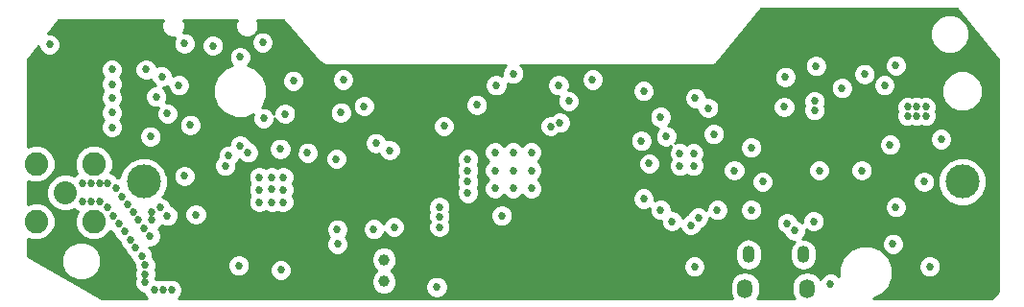
<source format=gbr>
G04 #@! TF.GenerationSoftware,KiCad,Pcbnew,5.0.2-bee76a0~70~ubuntu18.04.1*
G04 #@! TF.CreationDate,2019-04-01T00:38:36-04:00*
G04 #@! TF.ProjectId,L-Clip-V0,4c2d436c-6970-42d5-9630-2e6b69636164,rev?*
G04 #@! TF.SameCoordinates,Original*
G04 #@! TF.FileFunction,Copper,L3,Inr*
G04 #@! TF.FilePolarity,Positive*
%FSLAX46Y46*%
G04 Gerber Fmt 4.6, Leading zero omitted, Abs format (unit mm)*
G04 Created by KiCad (PCBNEW 5.0.2-bee76a0~70~ubuntu18.04.1) date Mon 01 Apr 2019 12:38:36 AM EDT*
%MOMM*%
%LPD*%
G01*
G04 APERTURE LIST*
G04 #@! TA.AperFunction,ViaPad*
%ADD10C,2.082800*%
G04 #@! TD*
G04 #@! TA.AperFunction,ViaPad*
%ADD11C,2.032000*%
G04 #@! TD*
G04 #@! TA.AperFunction,ViaPad*
%ADD12O,1.100000X1.500000*%
G04 #@! TD*
G04 #@! TA.AperFunction,ViaPad*
%ADD13O,1.350000X1.700000*%
G04 #@! TD*
G04 #@! TA.AperFunction,ViaPad*
%ADD14C,1.000000*%
G04 #@! TD*
G04 #@! TA.AperFunction,ViaPad*
%ADD15C,3.000000*%
G04 #@! TD*
G04 #@! TA.AperFunction,ViaPad*
%ADD16C,0.685800*%
G04 #@! TD*
G04 #@! TA.AperFunction,Conductor*
%ADD17C,0.254000*%
G04 #@! TD*
G04 APERTURE END LIST*
D10*
G04 #@! TO.N,GND*
G04 #@! TO.C,J1*
X108420000Y-95500000D03*
X113500000Y-95500000D03*
X113500000Y-90420000D03*
X108420000Y-90420000D03*
D11*
G04 #@! TO.N,Net-(C29-Pad1)*
X110960000Y-92960000D03*
G04 #@! TD*
D12*
G04 #@! TO.N,GND*
G04 #@! TO.C,J3*
X171255000Y-98415000D03*
X176095000Y-98415000D03*
D13*
X170945000Y-101415000D03*
X176405000Y-101415000D03*
G04 #@! TD*
D14*
G04 #@! TO.N,Net-(C31-Pad1)*
G04 #@! TO.C,Y3*
X139100000Y-98900000D03*
G04 #@! TO.N,Net-(C30-Pad1)*
X139100000Y-100800000D03*
G04 #@! TD*
D15*
G04 #@! TO.N,+BATT*
G04 #@! TO.C,BT1*
X190110000Y-92000000D03*
G04 #@! TO.N,GND*
X117890000Y-92000000D03*
G04 #@! TD*
D16*
G04 #@! TO.N,GND*
X166400000Y-90600000D03*
X165200000Y-90600000D03*
X166400000Y-89500000D03*
X165200000Y-89500000D03*
X130200000Y-91600000D03*
X129200000Y-91600000D03*
X128100000Y-91600000D03*
X128100000Y-93800000D03*
X130200000Y-93800000D03*
X129200000Y-93800000D03*
X130200000Y-92700000D03*
X128100000Y-92700000D03*
X152100000Y-89400000D03*
X150500000Y-89400000D03*
X148900000Y-89400000D03*
X148900000Y-91000000D03*
X152100000Y-92600000D03*
X150500000Y-92600000D03*
X148900000Y-92600000D03*
X152100000Y-91000000D03*
X150500000Y-91000000D03*
X186100000Y-86200000D03*
X186100000Y-85400000D03*
X186900000Y-85400000D03*
X186900000Y-86200000D03*
X185300000Y-86200000D03*
X185300000Y-85400000D03*
X135300000Y-85900000D03*
X122500000Y-94900000D03*
X126300000Y-99400000D03*
X138200000Y-96200000D03*
X179500000Y-83750000D03*
X174500000Y-82750000D03*
X184250000Y-81750000D03*
X183250000Y-83500000D03*
X187250000Y-99500000D03*
X184250000Y-94250000D03*
X168500000Y-94500000D03*
X162000000Y-84000000D03*
X186750000Y-92000000D03*
X162500000Y-90400000D03*
X120000000Y-95000000D03*
X171500000Y-89000000D03*
X109600000Y-79900000D03*
X121500000Y-79800000D03*
X128400000Y-79700000D03*
X130000000Y-99800000D03*
X143750000Y-101300000D03*
X132350000Y-89450000D03*
X134900000Y-90000000D03*
X134973468Y-96210430D03*
X128472164Y-86401484D03*
X129171884Y-92680861D03*
X163500000Y-94500000D03*
X137337918Y-85337919D03*
X147300000Y-85217690D03*
X135000000Y-97500000D03*
X177000000Y-95500000D03*
X177100000Y-85700000D03*
X112500000Y-93750000D03*
X113250000Y-93750000D03*
X114000000Y-93750000D03*
X112500000Y-92150000D03*
X113250000Y-92150000D03*
X114000000Y-92150000D03*
X114750000Y-92150000D03*
X115450000Y-92600000D03*
X115950000Y-93300000D03*
X114700000Y-94300000D03*
X115200000Y-95000000D03*
X116450000Y-94000000D03*
X115700000Y-95700000D03*
X116200000Y-96400000D03*
X116750000Y-97150000D03*
X117000000Y-94700000D03*
X117450000Y-95400000D03*
X117950000Y-96100000D03*
X118450000Y-96800000D03*
X117200000Y-97850000D03*
X117750000Y-98550000D03*
X118050000Y-99350000D03*
X118050000Y-100150000D03*
X118050000Y-100900000D03*
X118600000Y-95400000D03*
X118600000Y-94650000D03*
X119350000Y-94300000D03*
X118850000Y-101550000D03*
X119600000Y-101550000D03*
X120350000Y-101550000D03*
X177090000Y-84900000D03*
G04 #@! TO.N,+3V3*
X172700000Y-87500000D03*
X111000000Y-80600000D03*
X133300000Y-98000000D03*
X136200000Y-94900000D03*
X131291082Y-89379411D03*
X128815559Y-85229609D03*
X121100000Y-93800000D03*
X115300000Y-78300000D03*
X138600000Y-90099989D03*
X145969066Y-85217690D03*
G04 #@! TO.N,TCXO_POWER*
X149000000Y-83500000D03*
X135500000Y-83000000D03*
G04 #@! TO.N,ADC_DIVIDER*
X144000000Y-94244601D03*
X164500000Y-95500000D03*
X166500000Y-99500000D03*
X184000000Y-97500000D03*
G04 #@! TO.N,Net-(J2-Pad2)*
X115100000Y-87200000D03*
G04 #@! TO.N,Net-(J2-Pad4)*
X115100000Y-85900000D03*
G04 #@! TO.N,Net-(J2-Pad6)*
X115100000Y-84600000D03*
G04 #@! TO.N,Net-(J2-Pad8)*
X115100000Y-83400000D03*
G04 #@! TO.N,Net-(J2-Pad10)*
X115100000Y-82100000D03*
G04 #@! TO.N,/ESP32/MTCK*
X120000000Y-86000000D03*
X146500000Y-92000000D03*
G04 #@! TO.N,/ESP32/MTMS*
X122000000Y-87000000D03*
X146500000Y-90000000D03*
G04 #@! TO.N,/ESP32/MTDO*
X119000000Y-84500000D03*
X146500000Y-93000000D03*
G04 #@! TO.N,/ESP32/MTDI*
X121000000Y-83500000D03*
X146500000Y-91000000D03*
G04 #@! TO.N,/ESP32/STATUS_LED_RED*
X119500000Y-82722300D03*
X150500000Y-82477700D03*
G04 #@! TO.N,/ESP32/STATUS_LED_GREEN*
X118500000Y-88000000D03*
X149500000Y-95000000D03*
G04 #@! TO.N,/ESP32/BUTTON*
X140000000Y-96000000D03*
X121500000Y-91500000D03*
G04 #@! TO.N,ADC_ENABLE*
X144000000Y-95082804D03*
X178500000Y-101000000D03*
G04 #@! TO.N,TURBO_CHARGE*
X144000000Y-96000000D03*
X181500000Y-82500000D03*
G04 #@! TO.N,CC12XX_RESET*
X131100000Y-83100000D03*
X154500000Y-83500000D03*
G04 #@! TO.N,CC12XX_GPIO3*
X139600000Y-89222310D03*
X129950610Y-89100000D03*
G04 #@! TO.N,CC12XX_GPIO2*
X138400000Y-88600000D03*
X130360696Y-86019385D03*
G04 #@! TO.N,CC12XX_MOSI*
X126400000Y-81000000D03*
X157500000Y-83000000D03*
G04 #@! TO.N,CC12XX_SCLK*
X127102235Y-89416976D03*
X154600000Y-86800000D03*
G04 #@! TO.N,CC12XX_MISO*
X155400000Y-84900000D03*
X126400000Y-88800000D03*
G04 #@! TO.N,CC12XX_GPIO0*
X144400000Y-87100000D03*
X125400000Y-89700000D03*
G04 #@! TO.N,CC12XX_CS*
X125100000Y-90600000D03*
X153813971Y-87104897D03*
G04 #@! TO.N,USB_D-*
X174669144Y-95669144D03*
X166830856Y-95169144D03*
G04 #@! TO.N,USB_D+*
X175330856Y-96330856D03*
X166169144Y-95830856D03*
G04 #@! TO.N,Net-(R27-Pad1)*
X177200000Y-81800000D03*
X174400000Y-85400000D03*
G04 #@! TO.N,ESP32_EN*
X118100000Y-82100000D03*
X124000000Y-80000000D03*
G04 #@! TO.N,V_USB*
X177500000Y-91000000D03*
X181250000Y-91000000D03*
X183750000Y-88750000D03*
X188250000Y-88250000D03*
X170000000Y-91000000D03*
X172500000Y-92000000D03*
G04 #@! TO.N,/ESP32-Programmer/FTDI_3V*
X164000000Y-88000000D03*
X171500000Y-94500000D03*
G04 #@! TO.N,ESP32_GPIO0*
X166567463Y-84622300D03*
X162000000Y-93500000D03*
G04 #@! TO.N,Net-(Q3-Pad5)*
X163500000Y-86300000D03*
X167700000Y-85500000D03*
G04 #@! TO.N,UART_RXD*
X161800000Y-88400000D03*
X168200000Y-87800000D03*
G04 #@! TD*
D17*
G04 #@! TO.N,+3V3*
G36*
X193290001Y-81249056D02*
X193290000Y-101705908D01*
X192705910Y-102290000D01*
X182238428Y-102290000D01*
X182936833Y-102000711D01*
X183600711Y-101336833D01*
X183960000Y-100469433D01*
X183960000Y-99530567D01*
X183866768Y-99305484D01*
X186272100Y-99305484D01*
X186272100Y-99694516D01*
X186420977Y-100053936D01*
X186696064Y-100329023D01*
X187055484Y-100477900D01*
X187444516Y-100477900D01*
X187803936Y-100329023D01*
X188079023Y-100053936D01*
X188227900Y-99694516D01*
X188227900Y-99305484D01*
X188079023Y-98946064D01*
X187803936Y-98670977D01*
X187444516Y-98522100D01*
X187055484Y-98522100D01*
X186696064Y-98670977D01*
X186420977Y-98946064D01*
X186272100Y-99305484D01*
X183866768Y-99305484D01*
X183600711Y-98663167D01*
X182936833Y-97999289D01*
X182069433Y-97640000D01*
X181130567Y-97640000D01*
X180263167Y-97999289D01*
X179599289Y-98663167D01*
X179240000Y-99530567D01*
X179240000Y-100357041D01*
X179053936Y-100170977D01*
X178694516Y-100022100D01*
X178305484Y-100022100D01*
X177946064Y-100170977D01*
X177670977Y-100446064D01*
X177586425Y-100650190D01*
X177349457Y-100295543D01*
X176916135Y-100006007D01*
X176405000Y-99904336D01*
X175893864Y-100006007D01*
X175460543Y-100295543D01*
X175171007Y-100728865D01*
X175095000Y-101110979D01*
X175095000Y-101719022D01*
X175171007Y-102101136D01*
X175297202Y-102290000D01*
X172052798Y-102290000D01*
X172178993Y-102101135D01*
X172255000Y-101719021D01*
X172255000Y-101110978D01*
X172178993Y-100728864D01*
X171889457Y-100295543D01*
X171456135Y-100006007D01*
X170945000Y-99904336D01*
X170433864Y-100006007D01*
X170000543Y-100295543D01*
X169711007Y-100728865D01*
X169635000Y-101110979D01*
X169635000Y-101719022D01*
X169711007Y-102101136D01*
X169837202Y-102290000D01*
X120992959Y-102290000D01*
X121179023Y-102103936D01*
X121327900Y-101744516D01*
X121327900Y-101355484D01*
X121179023Y-100996064D01*
X120903936Y-100720977D01*
X120544516Y-100572100D01*
X120155484Y-100572100D01*
X119975000Y-100646859D01*
X119794516Y-100572100D01*
X119405484Y-100572100D01*
X119225000Y-100646859D01*
X119044516Y-100572100D01*
X118972650Y-100572100D01*
X118953141Y-100525000D01*
X119027900Y-100344516D01*
X119027900Y-99955484D01*
X118942786Y-99750000D01*
X119027900Y-99544516D01*
X119027900Y-99205484D01*
X125322100Y-99205484D01*
X125322100Y-99594516D01*
X125470977Y-99953936D01*
X125746064Y-100229023D01*
X126105484Y-100377900D01*
X126494516Y-100377900D01*
X126853936Y-100229023D01*
X127129023Y-99953936D01*
X127273356Y-99605484D01*
X129022100Y-99605484D01*
X129022100Y-99994516D01*
X129170977Y-100353936D01*
X129446064Y-100629023D01*
X129805484Y-100777900D01*
X130194516Y-100777900D01*
X130553936Y-100629023D01*
X130829023Y-100353936D01*
X130977900Y-99994516D01*
X130977900Y-99605484D01*
X130829023Y-99246064D01*
X130553936Y-98970977D01*
X130194516Y-98822100D01*
X129805484Y-98822100D01*
X129446064Y-98970977D01*
X129170977Y-99246064D01*
X129022100Y-99605484D01*
X127273356Y-99605484D01*
X127277900Y-99594516D01*
X127277900Y-99205484D01*
X127129023Y-98846064D01*
X126957193Y-98674234D01*
X137965000Y-98674234D01*
X137965000Y-99125766D01*
X138137793Y-99542926D01*
X138444867Y-99850000D01*
X138137793Y-100157074D01*
X137965000Y-100574234D01*
X137965000Y-101025766D01*
X138137793Y-101442926D01*
X138457074Y-101762207D01*
X138874234Y-101935000D01*
X139325766Y-101935000D01*
X139742926Y-101762207D01*
X140062207Y-101442926D01*
X140201979Y-101105484D01*
X142772100Y-101105484D01*
X142772100Y-101494516D01*
X142920977Y-101853936D01*
X143196064Y-102129023D01*
X143555484Y-102277900D01*
X143944516Y-102277900D01*
X144303936Y-102129023D01*
X144579023Y-101853936D01*
X144727900Y-101494516D01*
X144727900Y-101105484D01*
X144579023Y-100746064D01*
X144303936Y-100470977D01*
X143944516Y-100322100D01*
X143555484Y-100322100D01*
X143196064Y-100470977D01*
X142920977Y-100746064D01*
X142772100Y-101105484D01*
X140201979Y-101105484D01*
X140235000Y-101025766D01*
X140235000Y-100574234D01*
X140062207Y-100157074D01*
X139755133Y-99850000D01*
X140062207Y-99542926D01*
X140160558Y-99305484D01*
X165522100Y-99305484D01*
X165522100Y-99694516D01*
X165670977Y-100053936D01*
X165946064Y-100329023D01*
X166305484Y-100477900D01*
X166694516Y-100477900D01*
X167053936Y-100329023D01*
X167329023Y-100053936D01*
X167477900Y-99694516D01*
X167477900Y-99305484D01*
X167329023Y-98946064D01*
X167053936Y-98670977D01*
X166694516Y-98522100D01*
X166305484Y-98522100D01*
X165946064Y-98670977D01*
X165670977Y-98946064D01*
X165522100Y-99305484D01*
X140160558Y-99305484D01*
X140235000Y-99125766D01*
X140235000Y-98674234D01*
X140062207Y-98257074D01*
X139903424Y-98098291D01*
X170070000Y-98098291D01*
X170070000Y-98731710D01*
X170138755Y-99077364D01*
X170400664Y-99469337D01*
X170792637Y-99731245D01*
X171255000Y-99823215D01*
X171717364Y-99731245D01*
X172109337Y-99469337D01*
X172371245Y-99077363D01*
X172440000Y-98731709D01*
X172440000Y-98098290D01*
X172371245Y-97752636D01*
X172109337Y-97360663D01*
X171717363Y-97098755D01*
X171255000Y-97006785D01*
X170792636Y-97098755D01*
X170400663Y-97360663D01*
X170138755Y-97752637D01*
X170070000Y-98098291D01*
X139903424Y-98098291D01*
X139742926Y-97937793D01*
X139325766Y-97765000D01*
X138874234Y-97765000D01*
X138457074Y-97937793D01*
X138137793Y-98257074D01*
X137965000Y-98674234D01*
X126957193Y-98674234D01*
X126853936Y-98570977D01*
X126494516Y-98422100D01*
X126105484Y-98422100D01*
X125746064Y-98570977D01*
X125470977Y-98846064D01*
X125322100Y-99205484D01*
X119027900Y-99205484D01*
X119027900Y-99155484D01*
X118879023Y-98796064D01*
X118727900Y-98644941D01*
X118727900Y-98355484D01*
X118579023Y-97996064D01*
X118360859Y-97777900D01*
X118644516Y-97777900D01*
X119003936Y-97629023D01*
X119279023Y-97353936D01*
X119427900Y-96994516D01*
X119427900Y-96605484D01*
X119279023Y-96246064D01*
X119207959Y-96175000D01*
X119367045Y-96015914D01*
X133995568Y-96015914D01*
X133995568Y-96404946D01*
X134144445Y-96764366D01*
X134248560Y-96868481D01*
X134170977Y-96946064D01*
X134022100Y-97305484D01*
X134022100Y-97694516D01*
X134170977Y-98053936D01*
X134446064Y-98329023D01*
X134805484Y-98477900D01*
X135194516Y-98477900D01*
X135553936Y-98329023D01*
X135829023Y-98053936D01*
X135977900Y-97694516D01*
X135977900Y-97305484D01*
X135829023Y-96946064D01*
X135724908Y-96841949D01*
X135802491Y-96764366D01*
X135951368Y-96404946D01*
X135951368Y-96015914D01*
X135947048Y-96005484D01*
X137222100Y-96005484D01*
X137222100Y-96394516D01*
X137370977Y-96753936D01*
X137646064Y-97029023D01*
X138005484Y-97177900D01*
X138394516Y-97177900D01*
X138753936Y-97029023D01*
X139029023Y-96753936D01*
X139141421Y-96482583D01*
X139170977Y-96553936D01*
X139446064Y-96829023D01*
X139805484Y-96977900D01*
X140194516Y-96977900D01*
X140553936Y-96829023D01*
X140829023Y-96553936D01*
X140977900Y-96194516D01*
X140977900Y-95805484D01*
X140829023Y-95446064D01*
X140553936Y-95170977D01*
X140194516Y-95022100D01*
X139805484Y-95022100D01*
X139446064Y-95170977D01*
X139170977Y-95446064D01*
X139058579Y-95717417D01*
X139029023Y-95646064D01*
X138753936Y-95370977D01*
X138394516Y-95222100D01*
X138005484Y-95222100D01*
X137646064Y-95370977D01*
X137370977Y-95646064D01*
X137222100Y-96005484D01*
X135947048Y-96005484D01*
X135802491Y-95656494D01*
X135527404Y-95381407D01*
X135167984Y-95232530D01*
X134778952Y-95232530D01*
X134419532Y-95381407D01*
X134144445Y-95656494D01*
X133995568Y-96015914D01*
X119367045Y-96015914D01*
X119429023Y-95953936D01*
X119475682Y-95841291D01*
X119805484Y-95977900D01*
X120194516Y-95977900D01*
X120553936Y-95829023D01*
X120829023Y-95553936D01*
X120977900Y-95194516D01*
X120977900Y-94805484D01*
X120936479Y-94705484D01*
X121522100Y-94705484D01*
X121522100Y-95094516D01*
X121670977Y-95453936D01*
X121946064Y-95729023D01*
X122305484Y-95877900D01*
X122694516Y-95877900D01*
X123053936Y-95729023D01*
X123329023Y-95453936D01*
X123477900Y-95094516D01*
X123477900Y-94705484D01*
X123329023Y-94346064D01*
X123053936Y-94070977D01*
X122694516Y-93922100D01*
X122305484Y-93922100D01*
X121946064Y-94070977D01*
X121670977Y-94346064D01*
X121522100Y-94705484D01*
X120936479Y-94705484D01*
X120829023Y-94446064D01*
X120553936Y-94170977D01*
X120313833Y-94071523D01*
X120179023Y-93746064D01*
X119903936Y-93470977D01*
X119574731Y-93334615D01*
X119699966Y-93209380D01*
X120025000Y-92424678D01*
X120025000Y-91575322D01*
X119913230Y-91305484D01*
X120522100Y-91305484D01*
X120522100Y-91694516D01*
X120670977Y-92053936D01*
X120946064Y-92329023D01*
X121305484Y-92477900D01*
X121694516Y-92477900D01*
X122053936Y-92329023D01*
X122329023Y-92053936D01*
X122477900Y-91694516D01*
X122477900Y-91305484D01*
X122329023Y-90946064D01*
X122053936Y-90670977D01*
X121694516Y-90522100D01*
X121305484Y-90522100D01*
X120946064Y-90670977D01*
X120670977Y-90946064D01*
X120522100Y-91305484D01*
X119913230Y-91305484D01*
X119699966Y-90790620D01*
X119314830Y-90405484D01*
X124122100Y-90405484D01*
X124122100Y-90794516D01*
X124270977Y-91153936D01*
X124546064Y-91429023D01*
X124905484Y-91577900D01*
X125294516Y-91577900D01*
X125653936Y-91429023D01*
X125677475Y-91405484D01*
X127122100Y-91405484D01*
X127122100Y-91794516D01*
X127269347Y-92150000D01*
X127122100Y-92505484D01*
X127122100Y-92894516D01*
X127269347Y-93250000D01*
X127122100Y-93605484D01*
X127122100Y-93994516D01*
X127270977Y-94353936D01*
X127546064Y-94629023D01*
X127905484Y-94777900D01*
X128294516Y-94777900D01*
X128650000Y-94630653D01*
X129005484Y-94777900D01*
X129394516Y-94777900D01*
X129700000Y-94651364D01*
X130005484Y-94777900D01*
X130394516Y-94777900D01*
X130753936Y-94629023D01*
X131029023Y-94353936D01*
X131154882Y-94050085D01*
X143022100Y-94050085D01*
X143022100Y-94439117D01*
X143115127Y-94663703D01*
X143022100Y-94888288D01*
X143022100Y-95277320D01*
X143131487Y-95541402D01*
X143022100Y-95805484D01*
X143022100Y-96194516D01*
X143170977Y-96553936D01*
X143446064Y-96829023D01*
X143805484Y-96977900D01*
X144194516Y-96977900D01*
X144553936Y-96829023D01*
X144829023Y-96553936D01*
X144977900Y-96194516D01*
X144977900Y-95805484D01*
X144868513Y-95541402D01*
X144977900Y-95277320D01*
X144977900Y-94888288D01*
X144943602Y-94805484D01*
X148522100Y-94805484D01*
X148522100Y-95194516D01*
X148670977Y-95553936D01*
X148946064Y-95829023D01*
X149305484Y-95977900D01*
X149694516Y-95977900D01*
X150053936Y-95829023D01*
X150329023Y-95553936D01*
X150477900Y-95194516D01*
X150477900Y-94805484D01*
X150329023Y-94446064D01*
X150053936Y-94170977D01*
X149694516Y-94022100D01*
X149305484Y-94022100D01*
X148946064Y-94170977D01*
X148670977Y-94446064D01*
X148522100Y-94805484D01*
X144943602Y-94805484D01*
X144884873Y-94663703D01*
X144977900Y-94439117D01*
X144977900Y-94050085D01*
X144829023Y-93690665D01*
X144553936Y-93415578D01*
X144194516Y-93266701D01*
X143805484Y-93266701D01*
X143446064Y-93415578D01*
X143170977Y-93690665D01*
X143022100Y-94050085D01*
X131154882Y-94050085D01*
X131177900Y-93994516D01*
X131177900Y-93605484D01*
X131030653Y-93250000D01*
X131177900Y-92894516D01*
X131177900Y-92505484D01*
X131030653Y-92150000D01*
X131177900Y-91794516D01*
X131177900Y-91405484D01*
X131029023Y-91046064D01*
X130753936Y-90770977D01*
X130394516Y-90622100D01*
X130005484Y-90622100D01*
X129700000Y-90748636D01*
X129394516Y-90622100D01*
X129005484Y-90622100D01*
X128650000Y-90769347D01*
X128294516Y-90622100D01*
X127905484Y-90622100D01*
X127546064Y-90770977D01*
X127270977Y-91046064D01*
X127122100Y-91405484D01*
X125677475Y-91405484D01*
X125929023Y-91153936D01*
X126077900Y-90794516D01*
X126077900Y-90405484D01*
X126077776Y-90405183D01*
X126229023Y-90253936D01*
X126324862Y-90022562D01*
X126548299Y-90245999D01*
X126907719Y-90394876D01*
X127296751Y-90394876D01*
X127656171Y-90245999D01*
X127931258Y-89970912D01*
X128080135Y-89611492D01*
X128080135Y-89222460D01*
X127948839Y-88905484D01*
X128972710Y-88905484D01*
X128972710Y-89294516D01*
X129121587Y-89653936D01*
X129396674Y-89929023D01*
X129756094Y-90077900D01*
X130145126Y-90077900D01*
X130504546Y-89929023D01*
X130779633Y-89653936D01*
X130928510Y-89294516D01*
X130928510Y-89255484D01*
X131372100Y-89255484D01*
X131372100Y-89644516D01*
X131520977Y-90003936D01*
X131796064Y-90279023D01*
X132155484Y-90427900D01*
X132544516Y-90427900D01*
X132903936Y-90279023D01*
X133179023Y-90003936D01*
X133261224Y-89805484D01*
X133922100Y-89805484D01*
X133922100Y-90194516D01*
X134070977Y-90553936D01*
X134346064Y-90829023D01*
X134705484Y-90977900D01*
X135094516Y-90977900D01*
X135453936Y-90829023D01*
X135729023Y-90553936D01*
X135877900Y-90194516D01*
X135877900Y-89805484D01*
X135729023Y-89446064D01*
X135453936Y-89170977D01*
X135094516Y-89022100D01*
X134705484Y-89022100D01*
X134346064Y-89170977D01*
X134070977Y-89446064D01*
X133922100Y-89805484D01*
X133261224Y-89805484D01*
X133327900Y-89644516D01*
X133327900Y-89255484D01*
X133179023Y-88896064D01*
X132903936Y-88620977D01*
X132544516Y-88472100D01*
X132155484Y-88472100D01*
X131796064Y-88620977D01*
X131520977Y-88896064D01*
X131372100Y-89255484D01*
X130928510Y-89255484D01*
X130928510Y-88905484D01*
X130779633Y-88546064D01*
X130639053Y-88405484D01*
X137422100Y-88405484D01*
X137422100Y-88794516D01*
X137570977Y-89153936D01*
X137846064Y-89429023D01*
X138205484Y-89577900D01*
X138594516Y-89577900D01*
X138675009Y-89544559D01*
X138770977Y-89776246D01*
X139046064Y-90051333D01*
X139405484Y-90200210D01*
X139794516Y-90200210D01*
X140153936Y-90051333D01*
X140399785Y-89805484D01*
X145522100Y-89805484D01*
X145522100Y-90194516D01*
X145648636Y-90500000D01*
X145522100Y-90805484D01*
X145522100Y-91194516D01*
X145648636Y-91500000D01*
X145522100Y-91805484D01*
X145522100Y-92194516D01*
X145648636Y-92500000D01*
X145522100Y-92805484D01*
X145522100Y-93194516D01*
X145670977Y-93553936D01*
X145946064Y-93829023D01*
X146305484Y-93977900D01*
X146694516Y-93977900D01*
X147053936Y-93829023D01*
X147329023Y-93553936D01*
X147477900Y-93194516D01*
X147477900Y-92805484D01*
X147351364Y-92500000D01*
X147477900Y-92194516D01*
X147477900Y-91805484D01*
X147351364Y-91500000D01*
X147477900Y-91194516D01*
X147477900Y-90805484D01*
X147351364Y-90500000D01*
X147477900Y-90194516D01*
X147477900Y-89805484D01*
X147329023Y-89446064D01*
X147088443Y-89205484D01*
X147922100Y-89205484D01*
X147922100Y-89594516D01*
X148070977Y-89953936D01*
X148317041Y-90200000D01*
X148070977Y-90446064D01*
X147922100Y-90805484D01*
X147922100Y-91194516D01*
X148070977Y-91553936D01*
X148317041Y-91800000D01*
X148070977Y-92046064D01*
X147922100Y-92405484D01*
X147922100Y-92794516D01*
X148070977Y-93153936D01*
X148346064Y-93429023D01*
X148705484Y-93577900D01*
X149094516Y-93577900D01*
X149453936Y-93429023D01*
X149700000Y-93182959D01*
X149946064Y-93429023D01*
X150305484Y-93577900D01*
X150694516Y-93577900D01*
X151053936Y-93429023D01*
X151300000Y-93182959D01*
X151546064Y-93429023D01*
X151905484Y-93577900D01*
X152294516Y-93577900D01*
X152653936Y-93429023D01*
X152777475Y-93305484D01*
X161022100Y-93305484D01*
X161022100Y-93694516D01*
X161170977Y-94053936D01*
X161446064Y-94329023D01*
X161805484Y-94477900D01*
X162194516Y-94477900D01*
X162522100Y-94342210D01*
X162522100Y-94694516D01*
X162670977Y-95053936D01*
X162946064Y-95329023D01*
X163305484Y-95477900D01*
X163522100Y-95477900D01*
X163522100Y-95694516D01*
X163670977Y-96053936D01*
X163946064Y-96329023D01*
X164305484Y-96477900D01*
X164694516Y-96477900D01*
X165053936Y-96329023D01*
X165239965Y-96142994D01*
X165340121Y-96384792D01*
X165615208Y-96659879D01*
X165974628Y-96808756D01*
X166363660Y-96808756D01*
X166723080Y-96659879D01*
X166998167Y-96384792D01*
X167111407Y-96111407D01*
X167384792Y-95998167D01*
X167659879Y-95723080D01*
X167808756Y-95363660D01*
X167808756Y-95191715D01*
X167946064Y-95329023D01*
X168305484Y-95477900D01*
X168694516Y-95477900D01*
X169053936Y-95329023D01*
X169329023Y-95053936D01*
X169477900Y-94694516D01*
X169477900Y-94305484D01*
X170522100Y-94305484D01*
X170522100Y-94694516D01*
X170670977Y-95053936D01*
X170946064Y-95329023D01*
X171305484Y-95477900D01*
X171694516Y-95477900D01*
X171702415Y-95474628D01*
X173691244Y-95474628D01*
X173691244Y-95863660D01*
X173840121Y-96223080D01*
X174115208Y-96498167D01*
X174388593Y-96611407D01*
X174501833Y-96884792D01*
X174776920Y-97159879D01*
X175136340Y-97308756D01*
X175318347Y-97308756D01*
X175240663Y-97360663D01*
X174978755Y-97752637D01*
X174910000Y-98098291D01*
X174910000Y-98731710D01*
X174978755Y-99077364D01*
X175240664Y-99469337D01*
X175632637Y-99731245D01*
X176095000Y-99823215D01*
X176557364Y-99731245D01*
X176949337Y-99469337D01*
X177211245Y-99077363D01*
X177280000Y-98731709D01*
X177280000Y-98098290D01*
X177211245Y-97752636D01*
X176949337Y-97360663D01*
X176866756Y-97305484D01*
X183022100Y-97305484D01*
X183022100Y-97694516D01*
X183170977Y-98053936D01*
X183446064Y-98329023D01*
X183805484Y-98477900D01*
X184194516Y-98477900D01*
X184553936Y-98329023D01*
X184829023Y-98053936D01*
X184977900Y-97694516D01*
X184977900Y-97305484D01*
X184829023Y-96946064D01*
X184553936Y-96670977D01*
X184194516Y-96522100D01*
X183805484Y-96522100D01*
X183446064Y-96670977D01*
X183170977Y-96946064D01*
X183022100Y-97305484D01*
X176866756Y-97305484D01*
X176557363Y-97098755D01*
X176095000Y-97006785D01*
X176023704Y-97020967D01*
X176159879Y-96884792D01*
X176308756Y-96525372D01*
X176308756Y-96191715D01*
X176446064Y-96329023D01*
X176805484Y-96477900D01*
X177194516Y-96477900D01*
X177553936Y-96329023D01*
X177829023Y-96053936D01*
X177977900Y-95694516D01*
X177977900Y-95305484D01*
X177829023Y-94946064D01*
X177553936Y-94670977D01*
X177194516Y-94522100D01*
X176805484Y-94522100D01*
X176446064Y-94670977D01*
X176170977Y-94946064D01*
X176022100Y-95305484D01*
X176022100Y-95639141D01*
X175884792Y-95501833D01*
X175611407Y-95388593D01*
X175498167Y-95115208D01*
X175223080Y-94840121D01*
X174863660Y-94691244D01*
X174474628Y-94691244D01*
X174115208Y-94840121D01*
X173840121Y-95115208D01*
X173691244Y-95474628D01*
X171702415Y-95474628D01*
X172053936Y-95329023D01*
X172329023Y-95053936D01*
X172477900Y-94694516D01*
X172477900Y-94305484D01*
X172374347Y-94055484D01*
X183272100Y-94055484D01*
X183272100Y-94444516D01*
X183420977Y-94803936D01*
X183696064Y-95079023D01*
X184055484Y-95227900D01*
X184444516Y-95227900D01*
X184803936Y-95079023D01*
X185079023Y-94803936D01*
X185227900Y-94444516D01*
X185227900Y-94055484D01*
X185079023Y-93696064D01*
X184803936Y-93420977D01*
X184444516Y-93272100D01*
X184055484Y-93272100D01*
X183696064Y-93420977D01*
X183420977Y-93696064D01*
X183272100Y-94055484D01*
X172374347Y-94055484D01*
X172329023Y-93946064D01*
X172053936Y-93670977D01*
X171694516Y-93522100D01*
X171305484Y-93522100D01*
X170946064Y-93670977D01*
X170670977Y-93946064D01*
X170522100Y-94305484D01*
X169477900Y-94305484D01*
X169329023Y-93946064D01*
X169053936Y-93670977D01*
X168694516Y-93522100D01*
X168305484Y-93522100D01*
X167946064Y-93670977D01*
X167670977Y-93946064D01*
X167522100Y-94305484D01*
X167522100Y-94477429D01*
X167384792Y-94340121D01*
X167025372Y-94191244D01*
X166636340Y-94191244D01*
X166276920Y-94340121D01*
X166001833Y-94615208D01*
X165888593Y-94888593D01*
X165615208Y-95001833D01*
X165429179Y-95187862D01*
X165329023Y-94946064D01*
X165053936Y-94670977D01*
X164694516Y-94522100D01*
X164477900Y-94522100D01*
X164477900Y-94305484D01*
X164329023Y-93946064D01*
X164053936Y-93670977D01*
X163694516Y-93522100D01*
X163305484Y-93522100D01*
X162977900Y-93657790D01*
X162977900Y-93305484D01*
X162829023Y-92946064D01*
X162553936Y-92670977D01*
X162194516Y-92522100D01*
X161805484Y-92522100D01*
X161446064Y-92670977D01*
X161170977Y-92946064D01*
X161022100Y-93305484D01*
X152777475Y-93305484D01*
X152929023Y-93153936D01*
X153077900Y-92794516D01*
X153077900Y-92405484D01*
X152929023Y-92046064D01*
X152682959Y-91800000D01*
X152929023Y-91553936D01*
X153077900Y-91194516D01*
X153077900Y-90805484D01*
X152929023Y-90446064D01*
X152688443Y-90205484D01*
X161522100Y-90205484D01*
X161522100Y-90594516D01*
X161670977Y-90953936D01*
X161946064Y-91229023D01*
X162305484Y-91377900D01*
X162694516Y-91377900D01*
X163053936Y-91229023D01*
X163329023Y-90953936D01*
X163477900Y-90594516D01*
X163477900Y-90205484D01*
X163329023Y-89846064D01*
X163053936Y-89570977D01*
X162694516Y-89422100D01*
X162305484Y-89422100D01*
X161946064Y-89570977D01*
X161670977Y-89846064D01*
X161522100Y-90205484D01*
X152688443Y-90205484D01*
X152682959Y-90200000D01*
X152929023Y-89953936D01*
X153077900Y-89594516D01*
X153077900Y-89205484D01*
X152929023Y-88846064D01*
X152653936Y-88570977D01*
X152294516Y-88422100D01*
X151905484Y-88422100D01*
X151546064Y-88570977D01*
X151300000Y-88817041D01*
X151053936Y-88570977D01*
X150694516Y-88422100D01*
X150305484Y-88422100D01*
X149946064Y-88570977D01*
X149700000Y-88817041D01*
X149453936Y-88570977D01*
X149094516Y-88422100D01*
X148705484Y-88422100D01*
X148346064Y-88570977D01*
X148070977Y-88846064D01*
X147922100Y-89205484D01*
X147088443Y-89205484D01*
X147053936Y-89170977D01*
X146694516Y-89022100D01*
X146305484Y-89022100D01*
X145946064Y-89170977D01*
X145670977Y-89446064D01*
X145522100Y-89805484D01*
X140399785Y-89805484D01*
X140429023Y-89776246D01*
X140577900Y-89416826D01*
X140577900Y-89027794D01*
X140429023Y-88668374D01*
X140153936Y-88393287D01*
X139794516Y-88244410D01*
X139405484Y-88244410D01*
X139324991Y-88277751D01*
X139295057Y-88205484D01*
X160822100Y-88205484D01*
X160822100Y-88594516D01*
X160970977Y-88953936D01*
X161246064Y-89229023D01*
X161605484Y-89377900D01*
X161994516Y-89377900D01*
X162353936Y-89229023D01*
X162629023Y-88953936D01*
X162777900Y-88594516D01*
X162777900Y-88205484D01*
X162629023Y-87846064D01*
X162353936Y-87570977D01*
X161994516Y-87422100D01*
X161605484Y-87422100D01*
X161246064Y-87570977D01*
X160970977Y-87846064D01*
X160822100Y-88205484D01*
X139295057Y-88205484D01*
X139229023Y-88046064D01*
X138953936Y-87770977D01*
X138594516Y-87622100D01*
X138205484Y-87622100D01*
X137846064Y-87770977D01*
X137570977Y-88046064D01*
X137422100Y-88405484D01*
X130639053Y-88405484D01*
X130504546Y-88270977D01*
X130145126Y-88122100D01*
X129756094Y-88122100D01*
X129396674Y-88270977D01*
X129121587Y-88546064D01*
X128972710Y-88905484D01*
X127948839Y-88905484D01*
X127931258Y-88863040D01*
X127656171Y-88587953D01*
X127311502Y-88445186D01*
X127229023Y-88246064D01*
X126953936Y-87970977D01*
X126594516Y-87822100D01*
X126205484Y-87822100D01*
X125846064Y-87970977D01*
X125570977Y-88246064D01*
X125422100Y-88605484D01*
X125422100Y-88722100D01*
X125205484Y-88722100D01*
X124846064Y-88870977D01*
X124570977Y-89146064D01*
X124422100Y-89505484D01*
X124422100Y-89894516D01*
X124422224Y-89894817D01*
X124270977Y-90046064D01*
X124122100Y-90405484D01*
X119314830Y-90405484D01*
X119099380Y-90190034D01*
X118314678Y-89865000D01*
X117465322Y-89865000D01*
X116680620Y-90190034D01*
X116080034Y-90790620D01*
X115755000Y-91575322D01*
X115755000Y-91667864D01*
X115644516Y-91622100D01*
X115589807Y-91622100D01*
X115579023Y-91596064D01*
X115303936Y-91320977D01*
X114994429Y-91192775D01*
X115176400Y-90753457D01*
X115176400Y-90086543D01*
X114921184Y-89470395D01*
X114449605Y-88998816D01*
X113833457Y-88743600D01*
X113166543Y-88743600D01*
X112550395Y-88998816D01*
X112078816Y-89470395D01*
X111823600Y-90086543D01*
X111823600Y-90753457D01*
X112042182Y-91281163D01*
X111946064Y-91320977D01*
X111761909Y-91505132D01*
X111288404Y-91309000D01*
X110631596Y-91309000D01*
X110024784Y-91560350D01*
X109560350Y-92024784D01*
X109309000Y-92631596D01*
X109309000Y-93288404D01*
X109560350Y-93895216D01*
X110024784Y-94359650D01*
X110631596Y-94611000D01*
X111288404Y-94611000D01*
X111776051Y-94409010D01*
X111946064Y-94579023D01*
X112049253Y-94621766D01*
X111823600Y-95166543D01*
X111823600Y-95833457D01*
X112078816Y-96449605D01*
X112550395Y-96921184D01*
X113166543Y-97176400D01*
X113833457Y-97176400D01*
X114449605Y-96921184D01*
X114921184Y-96449605D01*
X114963789Y-96346748D01*
X115146064Y-96529023D01*
X115222100Y-96560518D01*
X115222100Y-96594516D01*
X115370977Y-96953936D01*
X115646064Y-97229023D01*
X115772100Y-97281229D01*
X115772100Y-97344516D01*
X115920977Y-97703936D01*
X116196064Y-97979023D01*
X116222100Y-97989807D01*
X116222100Y-98044516D01*
X116370977Y-98403936D01*
X116646064Y-98679023D01*
X116772100Y-98731229D01*
X116772100Y-98744516D01*
X116920977Y-99103936D01*
X117072100Y-99255059D01*
X117072100Y-99544516D01*
X117157214Y-99750000D01*
X117072100Y-99955484D01*
X117072100Y-100344516D01*
X117146859Y-100525000D01*
X117072100Y-100705484D01*
X117072100Y-101094516D01*
X117220977Y-101453936D01*
X117496064Y-101729023D01*
X117855484Y-101877900D01*
X117927350Y-101877900D01*
X118020977Y-102103936D01*
X118207041Y-102290000D01*
X114188551Y-102290000D01*
X107827102Y-98654887D01*
X110665000Y-98654887D01*
X110665000Y-99345113D01*
X110929138Y-99982799D01*
X111417201Y-100470862D01*
X112054887Y-100735000D01*
X112745113Y-100735000D01*
X113382799Y-100470862D01*
X113870862Y-99982799D01*
X114135000Y-99345113D01*
X114135000Y-98654887D01*
X113870862Y-98017201D01*
X113382799Y-97529138D01*
X112745113Y-97265000D01*
X112054887Y-97265000D01*
X111417201Y-97529138D01*
X110929138Y-98017201D01*
X110665000Y-98654887D01*
X107827102Y-98654887D01*
X107710000Y-98587972D01*
X107710000Y-97020431D01*
X108086543Y-97176400D01*
X108753457Y-97176400D01*
X109369605Y-96921184D01*
X109841184Y-96449605D01*
X110096400Y-95833457D01*
X110096400Y-95166543D01*
X109841184Y-94550395D01*
X109369605Y-94078816D01*
X108753457Y-93823600D01*
X108086543Y-93823600D01*
X107710000Y-93979569D01*
X107710000Y-91940431D01*
X108086543Y-92096400D01*
X108753457Y-92096400D01*
X109369605Y-91841184D01*
X109841184Y-91369605D01*
X110096400Y-90753457D01*
X110096400Y-90086543D01*
X109841184Y-89470395D01*
X109369605Y-88998816D01*
X108753457Y-88743600D01*
X108086543Y-88743600D01*
X107710000Y-88899569D01*
X107710000Y-81905484D01*
X114122100Y-81905484D01*
X114122100Y-82294516D01*
X114270977Y-82653936D01*
X114367041Y-82750000D01*
X114270977Y-82846064D01*
X114122100Y-83205484D01*
X114122100Y-83594516D01*
X114270977Y-83953936D01*
X114317041Y-84000000D01*
X114270977Y-84046064D01*
X114122100Y-84405484D01*
X114122100Y-84794516D01*
X114270977Y-85153936D01*
X114367041Y-85250000D01*
X114270977Y-85346064D01*
X114122100Y-85705484D01*
X114122100Y-86094516D01*
X114270977Y-86453936D01*
X114367041Y-86550000D01*
X114270977Y-86646064D01*
X114122100Y-87005484D01*
X114122100Y-87394516D01*
X114270977Y-87753936D01*
X114546064Y-88029023D01*
X114905484Y-88177900D01*
X115294516Y-88177900D01*
X115653936Y-88029023D01*
X115877475Y-87805484D01*
X117522100Y-87805484D01*
X117522100Y-88194516D01*
X117670977Y-88553936D01*
X117946064Y-88829023D01*
X118305484Y-88977900D01*
X118694516Y-88977900D01*
X119053936Y-88829023D01*
X119329023Y-88553936D01*
X119477900Y-88194516D01*
X119477900Y-87805484D01*
X119329023Y-87446064D01*
X119053936Y-87170977D01*
X118694516Y-87022100D01*
X118305484Y-87022100D01*
X117946064Y-87170977D01*
X117670977Y-87446064D01*
X117522100Y-87805484D01*
X115877475Y-87805484D01*
X115929023Y-87753936D01*
X116077900Y-87394516D01*
X116077900Y-87005484D01*
X115929023Y-86646064D01*
X115832959Y-86550000D01*
X115929023Y-86453936D01*
X116077900Y-86094516D01*
X116077900Y-85705484D01*
X115929023Y-85346064D01*
X115832959Y-85250000D01*
X115929023Y-85153936D01*
X116077900Y-84794516D01*
X116077900Y-84405484D01*
X115929023Y-84046064D01*
X115882959Y-84000000D01*
X115929023Y-83953936D01*
X116077900Y-83594516D01*
X116077900Y-83205484D01*
X115929023Y-82846064D01*
X115832959Y-82750000D01*
X115929023Y-82653936D01*
X116077900Y-82294516D01*
X116077900Y-81905484D01*
X117122100Y-81905484D01*
X117122100Y-82294516D01*
X117270977Y-82653936D01*
X117546064Y-82929023D01*
X117905484Y-83077900D01*
X118294516Y-83077900D01*
X118545723Y-82973846D01*
X118670977Y-83276236D01*
X118916841Y-83522100D01*
X118805484Y-83522100D01*
X118446064Y-83670977D01*
X118170977Y-83946064D01*
X118022100Y-84305484D01*
X118022100Y-84694516D01*
X118170977Y-85053936D01*
X118446064Y-85329023D01*
X118805484Y-85477900D01*
X119157790Y-85477900D01*
X119022100Y-85805484D01*
X119022100Y-86194516D01*
X119170977Y-86553936D01*
X119446064Y-86829023D01*
X119805484Y-86977900D01*
X120194516Y-86977900D01*
X120553936Y-86829023D01*
X120577475Y-86805484D01*
X121022100Y-86805484D01*
X121022100Y-87194516D01*
X121170977Y-87553936D01*
X121446064Y-87829023D01*
X121805484Y-87977900D01*
X122194516Y-87977900D01*
X122553936Y-87829023D01*
X122829023Y-87553936D01*
X122977900Y-87194516D01*
X122977900Y-86805484D01*
X122829023Y-86446064D01*
X122553936Y-86170977D01*
X122194516Y-86022100D01*
X121805484Y-86022100D01*
X121446064Y-86170977D01*
X121170977Y-86446064D01*
X121022100Y-86805484D01*
X120577475Y-86805484D01*
X120829023Y-86553936D01*
X120977900Y-86194516D01*
X120977900Y-85805484D01*
X120829023Y-85446064D01*
X120553936Y-85170977D01*
X120194516Y-85022100D01*
X119842210Y-85022100D01*
X119977900Y-84694516D01*
X119977900Y-84305484D01*
X119829023Y-83946064D01*
X119583159Y-83700200D01*
X119694516Y-83700200D01*
X120022100Y-83564510D01*
X120022100Y-83694516D01*
X120170977Y-84053936D01*
X120446064Y-84329023D01*
X120805484Y-84477900D01*
X121194516Y-84477900D01*
X121553936Y-84329023D01*
X121829023Y-84053936D01*
X121977900Y-83694516D01*
X121977900Y-83530567D01*
X124040000Y-83530567D01*
X124040000Y-84469433D01*
X124399289Y-85336833D01*
X125063167Y-86000711D01*
X125930567Y-86360000D01*
X126869433Y-86360000D01*
X127547155Y-86079278D01*
X127494264Y-86206968D01*
X127494264Y-86596000D01*
X127643141Y-86955420D01*
X127918228Y-87230507D01*
X128277648Y-87379384D01*
X128666680Y-87379384D01*
X129026100Y-87230507D01*
X129301187Y-86955420D01*
X129450064Y-86596000D01*
X129450064Y-86376300D01*
X129531673Y-86573321D01*
X129806760Y-86848408D01*
X130166180Y-86997285D01*
X130555212Y-86997285D01*
X130776838Y-86905484D01*
X143422100Y-86905484D01*
X143422100Y-87294516D01*
X143570977Y-87653936D01*
X143846064Y-87929023D01*
X144205484Y-88077900D01*
X144594516Y-88077900D01*
X144953936Y-87929023D01*
X145229023Y-87653936D01*
X145377900Y-87294516D01*
X145377900Y-86910381D01*
X152836071Y-86910381D01*
X152836071Y-87299413D01*
X152984948Y-87658833D01*
X153260035Y-87933920D01*
X153619455Y-88082797D01*
X154008487Y-88082797D01*
X154367907Y-87933920D01*
X154523927Y-87777900D01*
X154794516Y-87777900D01*
X155153936Y-87629023D01*
X155429023Y-87353936D01*
X155577900Y-86994516D01*
X155577900Y-86605484D01*
X155429023Y-86246064D01*
X155288443Y-86105484D01*
X162522100Y-86105484D01*
X162522100Y-86494516D01*
X162670977Y-86853936D01*
X162946064Y-87129023D01*
X163305484Y-87277900D01*
X163339141Y-87277900D01*
X163170977Y-87446064D01*
X163022100Y-87805484D01*
X163022100Y-88194516D01*
X163170977Y-88553936D01*
X163446064Y-88829023D01*
X163805484Y-88977900D01*
X164194516Y-88977900D01*
X164441407Y-88875634D01*
X164370977Y-88946064D01*
X164222100Y-89305484D01*
X164222100Y-89694516D01*
X164369347Y-90050000D01*
X164222100Y-90405484D01*
X164222100Y-90794516D01*
X164370977Y-91153936D01*
X164646064Y-91429023D01*
X165005484Y-91577900D01*
X165394516Y-91577900D01*
X165753936Y-91429023D01*
X165800000Y-91382959D01*
X165846064Y-91429023D01*
X166205484Y-91577900D01*
X166594516Y-91577900D01*
X166953936Y-91429023D01*
X167229023Y-91153936D01*
X167373356Y-90805484D01*
X169022100Y-90805484D01*
X169022100Y-91194516D01*
X169170977Y-91553936D01*
X169446064Y-91829023D01*
X169805484Y-91977900D01*
X170194516Y-91977900D01*
X170553936Y-91829023D01*
X170577475Y-91805484D01*
X171522100Y-91805484D01*
X171522100Y-92194516D01*
X171670977Y-92553936D01*
X171946064Y-92829023D01*
X172305484Y-92977900D01*
X172694516Y-92977900D01*
X173053936Y-92829023D01*
X173329023Y-92553936D01*
X173477900Y-92194516D01*
X173477900Y-91805484D01*
X173329023Y-91446064D01*
X173053936Y-91170977D01*
X172694516Y-91022100D01*
X172305484Y-91022100D01*
X171946064Y-91170977D01*
X171670977Y-91446064D01*
X171522100Y-91805484D01*
X170577475Y-91805484D01*
X170829023Y-91553936D01*
X170977900Y-91194516D01*
X170977900Y-90805484D01*
X176522100Y-90805484D01*
X176522100Y-91194516D01*
X176670977Y-91553936D01*
X176946064Y-91829023D01*
X177305484Y-91977900D01*
X177694516Y-91977900D01*
X178053936Y-91829023D01*
X178329023Y-91553936D01*
X178477900Y-91194516D01*
X178477900Y-90805484D01*
X180272100Y-90805484D01*
X180272100Y-91194516D01*
X180420977Y-91553936D01*
X180696064Y-91829023D01*
X181055484Y-91977900D01*
X181444516Y-91977900D01*
X181803936Y-91829023D01*
X181827475Y-91805484D01*
X185772100Y-91805484D01*
X185772100Y-92194516D01*
X185920977Y-92553936D01*
X186196064Y-92829023D01*
X186555484Y-92977900D01*
X186944516Y-92977900D01*
X187303936Y-92829023D01*
X187579023Y-92553936D01*
X187727900Y-92194516D01*
X187727900Y-91805484D01*
X187632564Y-91575322D01*
X187975000Y-91575322D01*
X187975000Y-92424678D01*
X188300034Y-93209380D01*
X188900620Y-93809966D01*
X189685322Y-94135000D01*
X190534678Y-94135000D01*
X191319380Y-93809966D01*
X191919966Y-93209380D01*
X192245000Y-92424678D01*
X192245000Y-91575322D01*
X191919966Y-90790620D01*
X191319380Y-90190034D01*
X190534678Y-89865000D01*
X189685322Y-89865000D01*
X188900620Y-90190034D01*
X188300034Y-90790620D01*
X187975000Y-91575322D01*
X187632564Y-91575322D01*
X187579023Y-91446064D01*
X187303936Y-91170977D01*
X186944516Y-91022100D01*
X186555484Y-91022100D01*
X186196064Y-91170977D01*
X185920977Y-91446064D01*
X185772100Y-91805484D01*
X181827475Y-91805484D01*
X182079023Y-91553936D01*
X182227900Y-91194516D01*
X182227900Y-90805484D01*
X182079023Y-90446064D01*
X181803936Y-90170977D01*
X181444516Y-90022100D01*
X181055484Y-90022100D01*
X180696064Y-90170977D01*
X180420977Y-90446064D01*
X180272100Y-90805484D01*
X178477900Y-90805484D01*
X178329023Y-90446064D01*
X178053936Y-90170977D01*
X177694516Y-90022100D01*
X177305484Y-90022100D01*
X176946064Y-90170977D01*
X176670977Y-90446064D01*
X176522100Y-90805484D01*
X170977900Y-90805484D01*
X170829023Y-90446064D01*
X170553936Y-90170977D01*
X170194516Y-90022100D01*
X169805484Y-90022100D01*
X169446064Y-90170977D01*
X169170977Y-90446064D01*
X169022100Y-90805484D01*
X167373356Y-90805484D01*
X167377900Y-90794516D01*
X167377900Y-90405484D01*
X167230653Y-90050000D01*
X167377900Y-89694516D01*
X167377900Y-89305484D01*
X167229023Y-88946064D01*
X167088443Y-88805484D01*
X170522100Y-88805484D01*
X170522100Y-89194516D01*
X170670977Y-89553936D01*
X170946064Y-89829023D01*
X171305484Y-89977900D01*
X171694516Y-89977900D01*
X172053936Y-89829023D01*
X172329023Y-89553936D01*
X172477900Y-89194516D01*
X172477900Y-88805484D01*
X172374347Y-88555484D01*
X182772100Y-88555484D01*
X182772100Y-88944516D01*
X182920977Y-89303936D01*
X183196064Y-89579023D01*
X183555484Y-89727900D01*
X183944516Y-89727900D01*
X184303936Y-89579023D01*
X184579023Y-89303936D01*
X184727900Y-88944516D01*
X184727900Y-88555484D01*
X184579023Y-88196064D01*
X184438443Y-88055484D01*
X187272100Y-88055484D01*
X187272100Y-88444516D01*
X187420977Y-88803936D01*
X187696064Y-89079023D01*
X188055484Y-89227900D01*
X188444516Y-89227900D01*
X188803936Y-89079023D01*
X189079023Y-88803936D01*
X189227900Y-88444516D01*
X189227900Y-88055484D01*
X189079023Y-87696064D01*
X188803936Y-87420977D01*
X188444516Y-87272100D01*
X188055484Y-87272100D01*
X187696064Y-87420977D01*
X187420977Y-87696064D01*
X187272100Y-88055484D01*
X184438443Y-88055484D01*
X184303936Y-87920977D01*
X183944516Y-87772100D01*
X183555484Y-87772100D01*
X183196064Y-87920977D01*
X182920977Y-88196064D01*
X182772100Y-88555484D01*
X172374347Y-88555484D01*
X172329023Y-88446064D01*
X172053936Y-88170977D01*
X171694516Y-88022100D01*
X171305484Y-88022100D01*
X170946064Y-88170977D01*
X170670977Y-88446064D01*
X170522100Y-88805484D01*
X167088443Y-88805484D01*
X166953936Y-88670977D01*
X166594516Y-88522100D01*
X166205484Y-88522100D01*
X165846064Y-88670977D01*
X165800000Y-88717041D01*
X165753936Y-88670977D01*
X165394516Y-88522100D01*
X165005484Y-88522100D01*
X164758593Y-88624366D01*
X164829023Y-88553936D01*
X164977900Y-88194516D01*
X164977900Y-87805484D01*
X164895058Y-87605484D01*
X167222100Y-87605484D01*
X167222100Y-87994516D01*
X167370977Y-88353936D01*
X167646064Y-88629023D01*
X168005484Y-88777900D01*
X168394516Y-88777900D01*
X168753936Y-88629023D01*
X169029023Y-88353936D01*
X169177900Y-87994516D01*
X169177900Y-87605484D01*
X169029023Y-87246064D01*
X168753936Y-86970977D01*
X168394516Y-86822100D01*
X168005484Y-86822100D01*
X167646064Y-86970977D01*
X167370977Y-87246064D01*
X167222100Y-87605484D01*
X164895058Y-87605484D01*
X164829023Y-87446064D01*
X164553936Y-87170977D01*
X164194516Y-87022100D01*
X164160859Y-87022100D01*
X164329023Y-86853936D01*
X164477900Y-86494516D01*
X164477900Y-86105484D01*
X164329023Y-85746064D01*
X164053936Y-85470977D01*
X163694516Y-85322100D01*
X163305484Y-85322100D01*
X162946064Y-85470977D01*
X162670977Y-85746064D01*
X162522100Y-86105484D01*
X155288443Y-86105484D01*
X155153936Y-85970977D01*
X154794516Y-85822100D01*
X154405484Y-85822100D01*
X154046064Y-85970977D01*
X153890044Y-86126997D01*
X153619455Y-86126997D01*
X153260035Y-86275874D01*
X152984948Y-86550961D01*
X152836071Y-86910381D01*
X145377900Y-86910381D01*
X145377900Y-86905484D01*
X145229023Y-86546064D01*
X144953936Y-86270977D01*
X144594516Y-86122100D01*
X144205484Y-86122100D01*
X143846064Y-86270977D01*
X143570977Y-86546064D01*
X143422100Y-86905484D01*
X130776838Y-86905484D01*
X130914632Y-86848408D01*
X131189719Y-86573321D01*
X131338596Y-86213901D01*
X131338596Y-85824869D01*
X131289145Y-85705484D01*
X134322100Y-85705484D01*
X134322100Y-86094516D01*
X134470977Y-86453936D01*
X134746064Y-86729023D01*
X135105484Y-86877900D01*
X135494516Y-86877900D01*
X135853936Y-86729023D01*
X136129023Y-86453936D01*
X136277900Y-86094516D01*
X136277900Y-85705484D01*
X136129023Y-85346064D01*
X135926362Y-85143403D01*
X136360018Y-85143403D01*
X136360018Y-85532435D01*
X136508895Y-85891855D01*
X136783982Y-86166942D01*
X137143402Y-86315819D01*
X137532434Y-86315819D01*
X137891854Y-86166942D01*
X138166941Y-85891855D01*
X138315818Y-85532435D01*
X138315818Y-85143403D01*
X138266018Y-85023174D01*
X146322100Y-85023174D01*
X146322100Y-85412206D01*
X146470977Y-85771626D01*
X146746064Y-86046713D01*
X147105484Y-86195590D01*
X147494516Y-86195590D01*
X147853936Y-86046713D01*
X148129023Y-85771626D01*
X148277900Y-85412206D01*
X148277900Y-85023174D01*
X148129023Y-84663754D01*
X147853936Y-84388667D01*
X147494516Y-84239790D01*
X147105484Y-84239790D01*
X146746064Y-84388667D01*
X146470977Y-84663754D01*
X146322100Y-85023174D01*
X138266018Y-85023174D01*
X138166941Y-84783983D01*
X137891854Y-84508896D01*
X137532434Y-84360019D01*
X137143402Y-84360019D01*
X136783982Y-84508896D01*
X136508895Y-84783983D01*
X136360018Y-85143403D01*
X135926362Y-85143403D01*
X135853936Y-85070977D01*
X135494516Y-84922100D01*
X135105484Y-84922100D01*
X134746064Y-85070977D01*
X134470977Y-85346064D01*
X134322100Y-85705484D01*
X131289145Y-85705484D01*
X131189719Y-85465449D01*
X130914632Y-85190362D01*
X130555212Y-85041485D01*
X130166180Y-85041485D01*
X129806760Y-85190362D01*
X129531673Y-85465449D01*
X129382796Y-85824869D01*
X129382796Y-86044569D01*
X129301187Y-85847548D01*
X129026100Y-85572461D01*
X128666680Y-85423584D01*
X128313960Y-85423584D01*
X128400711Y-85336833D01*
X128760000Y-84469433D01*
X128760000Y-83530567D01*
X128501083Y-82905484D01*
X130122100Y-82905484D01*
X130122100Y-83294516D01*
X130270977Y-83653936D01*
X130546064Y-83929023D01*
X130905484Y-84077900D01*
X131294516Y-84077900D01*
X131653936Y-83929023D01*
X131929023Y-83653936D01*
X132077900Y-83294516D01*
X132077900Y-82905484D01*
X132036479Y-82805484D01*
X134522100Y-82805484D01*
X134522100Y-83194516D01*
X134670977Y-83553936D01*
X134946064Y-83829023D01*
X135305484Y-83977900D01*
X135694516Y-83977900D01*
X136053936Y-83829023D01*
X136329023Y-83553936D01*
X136477900Y-83194516D01*
X136477900Y-82805484D01*
X136329023Y-82446064D01*
X136053936Y-82170977D01*
X135694516Y-82022100D01*
X135305484Y-82022100D01*
X134946064Y-82170977D01*
X134670977Y-82446064D01*
X134522100Y-82805484D01*
X132036479Y-82805484D01*
X131929023Y-82546064D01*
X131653936Y-82270977D01*
X131294516Y-82122100D01*
X130905484Y-82122100D01*
X130546064Y-82270977D01*
X130270977Y-82546064D01*
X130122100Y-82905484D01*
X128501083Y-82905484D01*
X128400711Y-82663167D01*
X127736833Y-81999289D01*
X127062845Y-81720114D01*
X127229023Y-81553936D01*
X127377900Y-81194516D01*
X127377900Y-80805484D01*
X127229023Y-80446064D01*
X126953936Y-80170977D01*
X126594516Y-80022100D01*
X126205484Y-80022100D01*
X125846064Y-80170977D01*
X125570977Y-80446064D01*
X125422100Y-80805484D01*
X125422100Y-81194516D01*
X125570977Y-81553936D01*
X125737155Y-81720114D01*
X125063167Y-81999289D01*
X124399289Y-82663167D01*
X124040000Y-83530567D01*
X121977900Y-83530567D01*
X121977900Y-83305484D01*
X121829023Y-82946064D01*
X121553936Y-82670977D01*
X121194516Y-82522100D01*
X120805484Y-82522100D01*
X120477900Y-82657790D01*
X120477900Y-82527784D01*
X120329023Y-82168364D01*
X120053936Y-81893277D01*
X119694516Y-81744400D01*
X119305484Y-81744400D01*
X119054277Y-81848454D01*
X118929023Y-81546064D01*
X118653936Y-81270977D01*
X118294516Y-81122100D01*
X117905484Y-81122100D01*
X117546064Y-81270977D01*
X117270977Y-81546064D01*
X117122100Y-81905484D01*
X116077900Y-81905484D01*
X115929023Y-81546064D01*
X115653936Y-81270977D01*
X115294516Y-81122100D01*
X114905484Y-81122100D01*
X114546064Y-81270977D01*
X114270977Y-81546064D01*
X114122100Y-81905484D01*
X107710000Y-81905484D01*
X107710000Y-81236665D01*
X108622100Y-80020532D01*
X108622100Y-80094516D01*
X108770977Y-80453936D01*
X109046064Y-80729023D01*
X109405484Y-80877900D01*
X109794516Y-80877900D01*
X110153936Y-80729023D01*
X110429023Y-80453936D01*
X110577900Y-80094516D01*
X110577900Y-79705484D01*
X110429023Y-79346064D01*
X110153936Y-79070977D01*
X109794516Y-78922100D01*
X109445925Y-78922100D01*
X110355000Y-77710000D01*
X119603399Y-77710000D01*
X119465000Y-78044126D01*
X119465000Y-78455874D01*
X119622569Y-78836280D01*
X119913720Y-79127431D01*
X120294126Y-79285000D01*
X120654849Y-79285000D01*
X120522100Y-79605484D01*
X120522100Y-79994516D01*
X120670977Y-80353936D01*
X120946064Y-80629023D01*
X121305484Y-80777900D01*
X121694516Y-80777900D01*
X122053936Y-80629023D01*
X122329023Y-80353936D01*
X122477900Y-79994516D01*
X122477900Y-79805484D01*
X123022100Y-79805484D01*
X123022100Y-80194516D01*
X123170977Y-80553936D01*
X123446064Y-80829023D01*
X123805484Y-80977900D01*
X124194516Y-80977900D01*
X124553936Y-80829023D01*
X124829023Y-80553936D01*
X124977900Y-80194516D01*
X124977900Y-79805484D01*
X124853636Y-79505484D01*
X127422100Y-79505484D01*
X127422100Y-79894516D01*
X127570977Y-80253936D01*
X127846064Y-80529023D01*
X128205484Y-80677900D01*
X128594516Y-80677900D01*
X128953936Y-80529023D01*
X129229023Y-80253936D01*
X129377900Y-79894516D01*
X129377900Y-79505484D01*
X129229023Y-79146064D01*
X128953936Y-78870977D01*
X128594516Y-78722100D01*
X128205484Y-78722100D01*
X127846064Y-78870977D01*
X127570977Y-79146064D01*
X127422100Y-79505484D01*
X124853636Y-79505484D01*
X124829023Y-79446064D01*
X124553936Y-79170977D01*
X124194516Y-79022100D01*
X123805484Y-79022100D01*
X123446064Y-79170977D01*
X123170977Y-79446064D01*
X123022100Y-79805484D01*
X122477900Y-79805484D01*
X122477900Y-79605484D01*
X122329023Y-79246064D01*
X122053936Y-78970977D01*
X121694516Y-78822100D01*
X121383305Y-78822100D01*
X121535000Y-78455874D01*
X121535000Y-78044126D01*
X121396601Y-77710000D01*
X126103399Y-77710000D01*
X125965000Y-78044126D01*
X125965000Y-78455874D01*
X126122569Y-78836280D01*
X126413720Y-79127431D01*
X126794126Y-79285000D01*
X127205874Y-79285000D01*
X127586280Y-79127431D01*
X127877431Y-78836280D01*
X128035000Y-78455874D01*
X128035000Y-78044126D01*
X127896601Y-77710000D01*
X130177825Y-77710000D01*
X133435293Y-81432821D01*
X133488119Y-81511881D01*
X133585887Y-81577207D01*
X133679097Y-81648896D01*
X133702672Y-81655241D01*
X133722972Y-81668805D01*
X133838306Y-81691746D01*
X133951846Y-81722305D01*
X134046128Y-81710000D01*
X149884741Y-81710000D01*
X149670977Y-81923764D01*
X149522100Y-82283184D01*
X149522100Y-82657790D01*
X149194516Y-82522100D01*
X148805484Y-82522100D01*
X148446064Y-82670977D01*
X148170977Y-82946064D01*
X148022100Y-83305484D01*
X148022100Y-83694516D01*
X148170977Y-84053936D01*
X148446064Y-84329023D01*
X148805484Y-84477900D01*
X149194516Y-84477900D01*
X149553936Y-84329023D01*
X149829023Y-84053936D01*
X149977900Y-83694516D01*
X149977900Y-83319910D01*
X150305484Y-83455600D01*
X150694516Y-83455600D01*
X151053936Y-83306723D01*
X151055175Y-83305484D01*
X153522100Y-83305484D01*
X153522100Y-83694516D01*
X153670977Y-84053936D01*
X153946064Y-84329023D01*
X154305484Y-84477900D01*
X154516369Y-84477900D01*
X154422100Y-84705484D01*
X154422100Y-85094516D01*
X154570977Y-85453936D01*
X154846064Y-85729023D01*
X155205484Y-85877900D01*
X155594516Y-85877900D01*
X155953936Y-85729023D01*
X156229023Y-85453936D01*
X156377900Y-85094516D01*
X156377900Y-84705484D01*
X156229023Y-84346064D01*
X155953936Y-84070977D01*
X155594516Y-83922100D01*
X155383631Y-83922100D01*
X155477900Y-83694516D01*
X155477900Y-83305484D01*
X155329023Y-82946064D01*
X155188443Y-82805484D01*
X156522100Y-82805484D01*
X156522100Y-83194516D01*
X156670977Y-83553936D01*
X156946064Y-83829023D01*
X157305484Y-83977900D01*
X157694516Y-83977900D01*
X158053936Y-83829023D01*
X158077475Y-83805484D01*
X161022100Y-83805484D01*
X161022100Y-84194516D01*
X161170977Y-84553936D01*
X161446064Y-84829023D01*
X161805484Y-84977900D01*
X162194516Y-84977900D01*
X162553936Y-84829023D01*
X162829023Y-84553936D01*
X162881276Y-84427784D01*
X165589563Y-84427784D01*
X165589563Y-84816816D01*
X165738440Y-85176236D01*
X166013527Y-85451323D01*
X166372947Y-85600200D01*
X166722100Y-85600200D01*
X166722100Y-85694516D01*
X166870977Y-86053936D01*
X167146064Y-86329023D01*
X167505484Y-86477900D01*
X167894516Y-86477900D01*
X168253936Y-86329023D01*
X168529023Y-86053936D01*
X168677900Y-85694516D01*
X168677900Y-85305484D01*
X168636479Y-85205484D01*
X173422100Y-85205484D01*
X173422100Y-85594516D01*
X173570977Y-85953936D01*
X173846064Y-86229023D01*
X174205484Y-86377900D01*
X174594516Y-86377900D01*
X174953936Y-86229023D01*
X175229023Y-85953936D01*
X175377900Y-85594516D01*
X175377900Y-85205484D01*
X175229023Y-84846064D01*
X175088443Y-84705484D01*
X176112100Y-84705484D01*
X176112100Y-85094516D01*
X176202214Y-85312071D01*
X176122100Y-85505484D01*
X176122100Y-85894516D01*
X176270977Y-86253936D01*
X176546064Y-86529023D01*
X176905484Y-86677900D01*
X177294516Y-86677900D01*
X177653936Y-86529023D01*
X177929023Y-86253936D01*
X178077900Y-85894516D01*
X178077900Y-85505484D01*
X177987786Y-85287929D01*
X178021935Y-85205484D01*
X184322100Y-85205484D01*
X184322100Y-85594516D01*
X184407214Y-85800000D01*
X184322100Y-86005484D01*
X184322100Y-86394516D01*
X184470977Y-86753936D01*
X184746064Y-87029023D01*
X185105484Y-87177900D01*
X185494516Y-87177900D01*
X185700000Y-87092786D01*
X185905484Y-87177900D01*
X186294516Y-87177900D01*
X186500000Y-87092786D01*
X186705484Y-87177900D01*
X187094516Y-87177900D01*
X187453936Y-87029023D01*
X187729023Y-86753936D01*
X187877900Y-86394516D01*
X187877900Y-86005484D01*
X187792786Y-85800000D01*
X187877900Y-85594516D01*
X187877900Y-85205484D01*
X187729023Y-84846064D01*
X187453936Y-84570977D01*
X187094516Y-84422100D01*
X186705484Y-84422100D01*
X186500000Y-84507214D01*
X186294516Y-84422100D01*
X185905484Y-84422100D01*
X185700000Y-84507214D01*
X185494516Y-84422100D01*
X185105484Y-84422100D01*
X184746064Y-84570977D01*
X184470977Y-84846064D01*
X184322100Y-85205484D01*
X178021935Y-85205484D01*
X178067900Y-85094516D01*
X178067900Y-84705484D01*
X177919023Y-84346064D01*
X177643936Y-84070977D01*
X177284516Y-83922100D01*
X176895484Y-83922100D01*
X176536064Y-84070977D01*
X176260977Y-84346064D01*
X176112100Y-84705484D01*
X175088443Y-84705484D01*
X174953936Y-84570977D01*
X174594516Y-84422100D01*
X174205484Y-84422100D01*
X173846064Y-84570977D01*
X173570977Y-84846064D01*
X173422100Y-85205484D01*
X168636479Y-85205484D01*
X168529023Y-84946064D01*
X168253936Y-84670977D01*
X167894516Y-84522100D01*
X167545363Y-84522100D01*
X167545363Y-84427784D01*
X167396486Y-84068364D01*
X167121399Y-83793277D01*
X166761979Y-83644400D01*
X166372947Y-83644400D01*
X166013527Y-83793277D01*
X165738440Y-84068364D01*
X165589563Y-84427784D01*
X162881276Y-84427784D01*
X162977900Y-84194516D01*
X162977900Y-83805484D01*
X162829023Y-83446064D01*
X162553936Y-83170977D01*
X162194516Y-83022100D01*
X161805484Y-83022100D01*
X161446064Y-83170977D01*
X161170977Y-83446064D01*
X161022100Y-83805484D01*
X158077475Y-83805484D01*
X158329023Y-83553936D01*
X158477900Y-83194516D01*
X158477900Y-82805484D01*
X158374347Y-82555484D01*
X173522100Y-82555484D01*
X173522100Y-82944516D01*
X173670977Y-83303936D01*
X173946064Y-83579023D01*
X174305484Y-83727900D01*
X174694516Y-83727900D01*
X175053936Y-83579023D01*
X175077475Y-83555484D01*
X178522100Y-83555484D01*
X178522100Y-83944516D01*
X178670977Y-84303936D01*
X178946064Y-84579023D01*
X179305484Y-84727900D01*
X179694516Y-84727900D01*
X180053936Y-84579023D01*
X180329023Y-84303936D01*
X180477900Y-83944516D01*
X180477900Y-83555484D01*
X180329023Y-83196064D01*
X180053936Y-82920977D01*
X179694516Y-82772100D01*
X179305484Y-82772100D01*
X178946064Y-82920977D01*
X178670977Y-83196064D01*
X178522100Y-83555484D01*
X175077475Y-83555484D01*
X175329023Y-83303936D01*
X175477900Y-82944516D01*
X175477900Y-82555484D01*
X175329023Y-82196064D01*
X175053936Y-81920977D01*
X174694516Y-81772100D01*
X174305484Y-81772100D01*
X173946064Y-81920977D01*
X173670977Y-82196064D01*
X173522100Y-82555484D01*
X158374347Y-82555484D01*
X158329023Y-82446064D01*
X158053936Y-82170977D01*
X157694516Y-82022100D01*
X157305484Y-82022100D01*
X156946064Y-82170977D01*
X156670977Y-82446064D01*
X156522100Y-82805484D01*
X155188443Y-82805484D01*
X155053936Y-82670977D01*
X154694516Y-82522100D01*
X154305484Y-82522100D01*
X153946064Y-82670977D01*
X153670977Y-82946064D01*
X153522100Y-83305484D01*
X151055175Y-83305484D01*
X151329023Y-83031636D01*
X151477900Y-82672216D01*
X151477900Y-82283184D01*
X151329023Y-81923764D01*
X151115259Y-81710000D01*
X167969575Y-81710000D01*
X168079942Y-81719481D01*
X168177075Y-81688687D01*
X168277028Y-81668805D01*
X168310650Y-81646339D01*
X168349190Y-81634121D01*
X168383209Y-81605484D01*
X176222100Y-81605484D01*
X176222100Y-81994516D01*
X176370977Y-82353936D01*
X176646064Y-82629023D01*
X177005484Y-82777900D01*
X177394516Y-82777900D01*
X177753936Y-82629023D01*
X178029023Y-82353936D01*
X178049092Y-82305484D01*
X180522100Y-82305484D01*
X180522100Y-82694516D01*
X180670977Y-83053936D01*
X180946064Y-83329023D01*
X181305484Y-83477900D01*
X181694516Y-83477900D01*
X182053936Y-83329023D01*
X182077475Y-83305484D01*
X182272100Y-83305484D01*
X182272100Y-83694516D01*
X182420977Y-84053936D01*
X182696064Y-84329023D01*
X183055484Y-84477900D01*
X183444516Y-84477900D01*
X183803936Y-84329023D01*
X184079023Y-84053936D01*
X184227900Y-83694516D01*
X184227900Y-83635990D01*
X188280000Y-83635990D01*
X188280000Y-84364010D01*
X188558601Y-85036612D01*
X189073388Y-85551399D01*
X189745990Y-85830000D01*
X190474010Y-85830000D01*
X191146612Y-85551399D01*
X191661399Y-85036612D01*
X191940000Y-84364010D01*
X191940000Y-83635990D01*
X191661399Y-82963388D01*
X191146612Y-82448601D01*
X190474010Y-82170000D01*
X189745990Y-82170000D01*
X189073388Y-82448601D01*
X188558601Y-82963388D01*
X188280000Y-83635990D01*
X184227900Y-83635990D01*
X184227900Y-83305484D01*
X184079023Y-82946064D01*
X183803936Y-82670977D01*
X183444516Y-82522100D01*
X183055484Y-82522100D01*
X182696064Y-82670977D01*
X182420977Y-82946064D01*
X182272100Y-83305484D01*
X182077475Y-83305484D01*
X182329023Y-83053936D01*
X182477900Y-82694516D01*
X182477900Y-82305484D01*
X182329023Y-81946064D01*
X182053936Y-81670977D01*
X181775112Y-81555484D01*
X183272100Y-81555484D01*
X183272100Y-81944516D01*
X183420977Y-82303936D01*
X183696064Y-82579023D01*
X184055484Y-82727900D01*
X184444516Y-82727900D01*
X184803936Y-82579023D01*
X185079023Y-82303936D01*
X185227900Y-81944516D01*
X185227900Y-81555484D01*
X185079023Y-81196064D01*
X184803936Y-80920977D01*
X184444516Y-80772100D01*
X184055484Y-80772100D01*
X183696064Y-80920977D01*
X183420977Y-81196064D01*
X183272100Y-81555484D01*
X181775112Y-81555484D01*
X181694516Y-81522100D01*
X181305484Y-81522100D01*
X180946064Y-81670977D01*
X180670977Y-81946064D01*
X180522100Y-82305484D01*
X178049092Y-82305484D01*
X178177900Y-81994516D01*
X178177900Y-81605484D01*
X178029023Y-81246064D01*
X177753936Y-80970977D01*
X177394516Y-80822100D01*
X177005484Y-80822100D01*
X176646064Y-80970977D01*
X176370977Y-81246064D01*
X176222100Y-81605484D01*
X168383209Y-81605484D01*
X168427145Y-81568500D01*
X168511881Y-81511881D01*
X168573432Y-81419763D01*
X170825333Y-78604887D01*
X187265000Y-78604887D01*
X187265000Y-79295113D01*
X187529138Y-79932799D01*
X188017201Y-80420862D01*
X188654887Y-80685000D01*
X189345113Y-80685000D01*
X189982799Y-80420862D01*
X190470862Y-79932799D01*
X190735000Y-79295113D01*
X190735000Y-78604887D01*
X190470862Y-77967201D01*
X189982799Y-77479138D01*
X189345113Y-77215000D01*
X188654887Y-77215000D01*
X188017201Y-77479138D01*
X187529138Y-77967201D01*
X187265000Y-78604887D01*
X170825333Y-78604887D01*
X172341244Y-76710000D01*
X189658757Y-76710000D01*
X193290001Y-81249056D01*
X193290001Y-81249056D01*
G37*
X193290001Y-81249056D02*
X193290000Y-101705908D01*
X192705910Y-102290000D01*
X182238428Y-102290000D01*
X182936833Y-102000711D01*
X183600711Y-101336833D01*
X183960000Y-100469433D01*
X183960000Y-99530567D01*
X183866768Y-99305484D01*
X186272100Y-99305484D01*
X186272100Y-99694516D01*
X186420977Y-100053936D01*
X186696064Y-100329023D01*
X187055484Y-100477900D01*
X187444516Y-100477900D01*
X187803936Y-100329023D01*
X188079023Y-100053936D01*
X188227900Y-99694516D01*
X188227900Y-99305484D01*
X188079023Y-98946064D01*
X187803936Y-98670977D01*
X187444516Y-98522100D01*
X187055484Y-98522100D01*
X186696064Y-98670977D01*
X186420977Y-98946064D01*
X186272100Y-99305484D01*
X183866768Y-99305484D01*
X183600711Y-98663167D01*
X182936833Y-97999289D01*
X182069433Y-97640000D01*
X181130567Y-97640000D01*
X180263167Y-97999289D01*
X179599289Y-98663167D01*
X179240000Y-99530567D01*
X179240000Y-100357041D01*
X179053936Y-100170977D01*
X178694516Y-100022100D01*
X178305484Y-100022100D01*
X177946064Y-100170977D01*
X177670977Y-100446064D01*
X177586425Y-100650190D01*
X177349457Y-100295543D01*
X176916135Y-100006007D01*
X176405000Y-99904336D01*
X175893864Y-100006007D01*
X175460543Y-100295543D01*
X175171007Y-100728865D01*
X175095000Y-101110979D01*
X175095000Y-101719022D01*
X175171007Y-102101136D01*
X175297202Y-102290000D01*
X172052798Y-102290000D01*
X172178993Y-102101135D01*
X172255000Y-101719021D01*
X172255000Y-101110978D01*
X172178993Y-100728864D01*
X171889457Y-100295543D01*
X171456135Y-100006007D01*
X170945000Y-99904336D01*
X170433864Y-100006007D01*
X170000543Y-100295543D01*
X169711007Y-100728865D01*
X169635000Y-101110979D01*
X169635000Y-101719022D01*
X169711007Y-102101136D01*
X169837202Y-102290000D01*
X120992959Y-102290000D01*
X121179023Y-102103936D01*
X121327900Y-101744516D01*
X121327900Y-101355484D01*
X121179023Y-100996064D01*
X120903936Y-100720977D01*
X120544516Y-100572100D01*
X120155484Y-100572100D01*
X119975000Y-100646859D01*
X119794516Y-100572100D01*
X119405484Y-100572100D01*
X119225000Y-100646859D01*
X119044516Y-100572100D01*
X118972650Y-100572100D01*
X118953141Y-100525000D01*
X119027900Y-100344516D01*
X119027900Y-99955484D01*
X118942786Y-99750000D01*
X119027900Y-99544516D01*
X119027900Y-99205484D01*
X125322100Y-99205484D01*
X125322100Y-99594516D01*
X125470977Y-99953936D01*
X125746064Y-100229023D01*
X126105484Y-100377900D01*
X126494516Y-100377900D01*
X126853936Y-100229023D01*
X127129023Y-99953936D01*
X127273356Y-99605484D01*
X129022100Y-99605484D01*
X129022100Y-99994516D01*
X129170977Y-100353936D01*
X129446064Y-100629023D01*
X129805484Y-100777900D01*
X130194516Y-100777900D01*
X130553936Y-100629023D01*
X130829023Y-100353936D01*
X130977900Y-99994516D01*
X130977900Y-99605484D01*
X130829023Y-99246064D01*
X130553936Y-98970977D01*
X130194516Y-98822100D01*
X129805484Y-98822100D01*
X129446064Y-98970977D01*
X129170977Y-99246064D01*
X129022100Y-99605484D01*
X127273356Y-99605484D01*
X127277900Y-99594516D01*
X127277900Y-99205484D01*
X127129023Y-98846064D01*
X126957193Y-98674234D01*
X137965000Y-98674234D01*
X137965000Y-99125766D01*
X138137793Y-99542926D01*
X138444867Y-99850000D01*
X138137793Y-100157074D01*
X137965000Y-100574234D01*
X137965000Y-101025766D01*
X138137793Y-101442926D01*
X138457074Y-101762207D01*
X138874234Y-101935000D01*
X139325766Y-101935000D01*
X139742926Y-101762207D01*
X140062207Y-101442926D01*
X140201979Y-101105484D01*
X142772100Y-101105484D01*
X142772100Y-101494516D01*
X142920977Y-101853936D01*
X143196064Y-102129023D01*
X143555484Y-102277900D01*
X143944516Y-102277900D01*
X144303936Y-102129023D01*
X144579023Y-101853936D01*
X144727900Y-101494516D01*
X144727900Y-101105484D01*
X144579023Y-100746064D01*
X144303936Y-100470977D01*
X143944516Y-100322100D01*
X143555484Y-100322100D01*
X143196064Y-100470977D01*
X142920977Y-100746064D01*
X142772100Y-101105484D01*
X140201979Y-101105484D01*
X140235000Y-101025766D01*
X140235000Y-100574234D01*
X140062207Y-100157074D01*
X139755133Y-99850000D01*
X140062207Y-99542926D01*
X140160558Y-99305484D01*
X165522100Y-99305484D01*
X165522100Y-99694516D01*
X165670977Y-100053936D01*
X165946064Y-100329023D01*
X166305484Y-100477900D01*
X166694516Y-100477900D01*
X167053936Y-100329023D01*
X167329023Y-100053936D01*
X167477900Y-99694516D01*
X167477900Y-99305484D01*
X167329023Y-98946064D01*
X167053936Y-98670977D01*
X166694516Y-98522100D01*
X166305484Y-98522100D01*
X165946064Y-98670977D01*
X165670977Y-98946064D01*
X165522100Y-99305484D01*
X140160558Y-99305484D01*
X140235000Y-99125766D01*
X140235000Y-98674234D01*
X140062207Y-98257074D01*
X139903424Y-98098291D01*
X170070000Y-98098291D01*
X170070000Y-98731710D01*
X170138755Y-99077364D01*
X170400664Y-99469337D01*
X170792637Y-99731245D01*
X171255000Y-99823215D01*
X171717364Y-99731245D01*
X172109337Y-99469337D01*
X172371245Y-99077363D01*
X172440000Y-98731709D01*
X172440000Y-98098290D01*
X172371245Y-97752636D01*
X172109337Y-97360663D01*
X171717363Y-97098755D01*
X171255000Y-97006785D01*
X170792636Y-97098755D01*
X170400663Y-97360663D01*
X170138755Y-97752637D01*
X170070000Y-98098291D01*
X139903424Y-98098291D01*
X139742926Y-97937793D01*
X139325766Y-97765000D01*
X138874234Y-97765000D01*
X138457074Y-97937793D01*
X138137793Y-98257074D01*
X137965000Y-98674234D01*
X126957193Y-98674234D01*
X126853936Y-98570977D01*
X126494516Y-98422100D01*
X126105484Y-98422100D01*
X125746064Y-98570977D01*
X125470977Y-98846064D01*
X125322100Y-99205484D01*
X119027900Y-99205484D01*
X119027900Y-99155484D01*
X118879023Y-98796064D01*
X118727900Y-98644941D01*
X118727900Y-98355484D01*
X118579023Y-97996064D01*
X118360859Y-97777900D01*
X118644516Y-97777900D01*
X119003936Y-97629023D01*
X119279023Y-97353936D01*
X119427900Y-96994516D01*
X119427900Y-96605484D01*
X119279023Y-96246064D01*
X119207959Y-96175000D01*
X119367045Y-96015914D01*
X133995568Y-96015914D01*
X133995568Y-96404946D01*
X134144445Y-96764366D01*
X134248560Y-96868481D01*
X134170977Y-96946064D01*
X134022100Y-97305484D01*
X134022100Y-97694516D01*
X134170977Y-98053936D01*
X134446064Y-98329023D01*
X134805484Y-98477900D01*
X135194516Y-98477900D01*
X135553936Y-98329023D01*
X135829023Y-98053936D01*
X135977900Y-97694516D01*
X135977900Y-97305484D01*
X135829023Y-96946064D01*
X135724908Y-96841949D01*
X135802491Y-96764366D01*
X135951368Y-96404946D01*
X135951368Y-96015914D01*
X135947048Y-96005484D01*
X137222100Y-96005484D01*
X137222100Y-96394516D01*
X137370977Y-96753936D01*
X137646064Y-97029023D01*
X138005484Y-97177900D01*
X138394516Y-97177900D01*
X138753936Y-97029023D01*
X139029023Y-96753936D01*
X139141421Y-96482583D01*
X139170977Y-96553936D01*
X139446064Y-96829023D01*
X139805484Y-96977900D01*
X140194516Y-96977900D01*
X140553936Y-96829023D01*
X140829023Y-96553936D01*
X140977900Y-96194516D01*
X140977900Y-95805484D01*
X140829023Y-95446064D01*
X140553936Y-95170977D01*
X140194516Y-95022100D01*
X139805484Y-95022100D01*
X139446064Y-95170977D01*
X139170977Y-95446064D01*
X139058579Y-95717417D01*
X139029023Y-95646064D01*
X138753936Y-95370977D01*
X138394516Y-95222100D01*
X138005484Y-95222100D01*
X137646064Y-95370977D01*
X137370977Y-95646064D01*
X137222100Y-96005484D01*
X135947048Y-96005484D01*
X135802491Y-95656494D01*
X135527404Y-95381407D01*
X135167984Y-95232530D01*
X134778952Y-95232530D01*
X134419532Y-95381407D01*
X134144445Y-95656494D01*
X133995568Y-96015914D01*
X119367045Y-96015914D01*
X119429023Y-95953936D01*
X119475682Y-95841291D01*
X119805484Y-95977900D01*
X120194516Y-95977900D01*
X120553936Y-95829023D01*
X120829023Y-95553936D01*
X120977900Y-95194516D01*
X120977900Y-94805484D01*
X120936479Y-94705484D01*
X121522100Y-94705484D01*
X121522100Y-95094516D01*
X121670977Y-95453936D01*
X121946064Y-95729023D01*
X122305484Y-95877900D01*
X122694516Y-95877900D01*
X123053936Y-95729023D01*
X123329023Y-95453936D01*
X123477900Y-95094516D01*
X123477900Y-94705484D01*
X123329023Y-94346064D01*
X123053936Y-94070977D01*
X122694516Y-93922100D01*
X122305484Y-93922100D01*
X121946064Y-94070977D01*
X121670977Y-94346064D01*
X121522100Y-94705484D01*
X120936479Y-94705484D01*
X120829023Y-94446064D01*
X120553936Y-94170977D01*
X120313833Y-94071523D01*
X120179023Y-93746064D01*
X119903936Y-93470977D01*
X119574731Y-93334615D01*
X119699966Y-93209380D01*
X120025000Y-92424678D01*
X120025000Y-91575322D01*
X119913230Y-91305484D01*
X120522100Y-91305484D01*
X120522100Y-91694516D01*
X120670977Y-92053936D01*
X120946064Y-92329023D01*
X121305484Y-92477900D01*
X121694516Y-92477900D01*
X122053936Y-92329023D01*
X122329023Y-92053936D01*
X122477900Y-91694516D01*
X122477900Y-91305484D01*
X122329023Y-90946064D01*
X122053936Y-90670977D01*
X121694516Y-90522100D01*
X121305484Y-90522100D01*
X120946064Y-90670977D01*
X120670977Y-90946064D01*
X120522100Y-91305484D01*
X119913230Y-91305484D01*
X119699966Y-90790620D01*
X119314830Y-90405484D01*
X124122100Y-90405484D01*
X124122100Y-90794516D01*
X124270977Y-91153936D01*
X124546064Y-91429023D01*
X124905484Y-91577900D01*
X125294516Y-91577900D01*
X125653936Y-91429023D01*
X125677475Y-91405484D01*
X127122100Y-91405484D01*
X127122100Y-91794516D01*
X127269347Y-92150000D01*
X127122100Y-92505484D01*
X127122100Y-92894516D01*
X127269347Y-93250000D01*
X127122100Y-93605484D01*
X127122100Y-93994516D01*
X127270977Y-94353936D01*
X127546064Y-94629023D01*
X127905484Y-94777900D01*
X128294516Y-94777900D01*
X128650000Y-94630653D01*
X129005484Y-94777900D01*
X129394516Y-94777900D01*
X129700000Y-94651364D01*
X130005484Y-94777900D01*
X130394516Y-94777900D01*
X130753936Y-94629023D01*
X131029023Y-94353936D01*
X131154882Y-94050085D01*
X143022100Y-94050085D01*
X143022100Y-94439117D01*
X143115127Y-94663703D01*
X143022100Y-94888288D01*
X143022100Y-95277320D01*
X143131487Y-95541402D01*
X143022100Y-95805484D01*
X143022100Y-96194516D01*
X143170977Y-96553936D01*
X143446064Y-96829023D01*
X143805484Y-96977900D01*
X144194516Y-96977900D01*
X144553936Y-96829023D01*
X144829023Y-96553936D01*
X144977900Y-96194516D01*
X144977900Y-95805484D01*
X144868513Y-95541402D01*
X144977900Y-95277320D01*
X144977900Y-94888288D01*
X144943602Y-94805484D01*
X148522100Y-94805484D01*
X148522100Y-95194516D01*
X148670977Y-95553936D01*
X148946064Y-95829023D01*
X149305484Y-95977900D01*
X149694516Y-95977900D01*
X150053936Y-95829023D01*
X150329023Y-95553936D01*
X150477900Y-95194516D01*
X150477900Y-94805484D01*
X150329023Y-94446064D01*
X150053936Y-94170977D01*
X149694516Y-94022100D01*
X149305484Y-94022100D01*
X148946064Y-94170977D01*
X148670977Y-94446064D01*
X148522100Y-94805484D01*
X144943602Y-94805484D01*
X144884873Y-94663703D01*
X144977900Y-94439117D01*
X144977900Y-94050085D01*
X144829023Y-93690665D01*
X144553936Y-93415578D01*
X144194516Y-93266701D01*
X143805484Y-93266701D01*
X143446064Y-93415578D01*
X143170977Y-93690665D01*
X143022100Y-94050085D01*
X131154882Y-94050085D01*
X131177900Y-93994516D01*
X131177900Y-93605484D01*
X131030653Y-93250000D01*
X131177900Y-92894516D01*
X131177900Y-92505484D01*
X131030653Y-92150000D01*
X131177900Y-91794516D01*
X131177900Y-91405484D01*
X131029023Y-91046064D01*
X130753936Y-90770977D01*
X130394516Y-90622100D01*
X130005484Y-90622100D01*
X129700000Y-90748636D01*
X129394516Y-90622100D01*
X129005484Y-90622100D01*
X128650000Y-90769347D01*
X128294516Y-90622100D01*
X127905484Y-90622100D01*
X127546064Y-90770977D01*
X127270977Y-91046064D01*
X127122100Y-91405484D01*
X125677475Y-91405484D01*
X125929023Y-91153936D01*
X126077900Y-90794516D01*
X126077900Y-90405484D01*
X126077776Y-90405183D01*
X126229023Y-90253936D01*
X126324862Y-90022562D01*
X126548299Y-90245999D01*
X126907719Y-90394876D01*
X127296751Y-90394876D01*
X127656171Y-90245999D01*
X127931258Y-89970912D01*
X128080135Y-89611492D01*
X128080135Y-89222460D01*
X127948839Y-88905484D01*
X128972710Y-88905484D01*
X128972710Y-89294516D01*
X129121587Y-89653936D01*
X129396674Y-89929023D01*
X129756094Y-90077900D01*
X130145126Y-90077900D01*
X130504546Y-89929023D01*
X130779633Y-89653936D01*
X130928510Y-89294516D01*
X130928510Y-89255484D01*
X131372100Y-89255484D01*
X131372100Y-89644516D01*
X131520977Y-90003936D01*
X131796064Y-90279023D01*
X132155484Y-90427900D01*
X132544516Y-90427900D01*
X132903936Y-90279023D01*
X133179023Y-90003936D01*
X133261224Y-89805484D01*
X133922100Y-89805484D01*
X133922100Y-90194516D01*
X134070977Y-90553936D01*
X134346064Y-90829023D01*
X134705484Y-90977900D01*
X135094516Y-90977900D01*
X135453936Y-90829023D01*
X135729023Y-90553936D01*
X135877900Y-90194516D01*
X135877900Y-89805484D01*
X135729023Y-89446064D01*
X135453936Y-89170977D01*
X135094516Y-89022100D01*
X134705484Y-89022100D01*
X134346064Y-89170977D01*
X134070977Y-89446064D01*
X133922100Y-89805484D01*
X133261224Y-89805484D01*
X133327900Y-89644516D01*
X133327900Y-89255484D01*
X133179023Y-88896064D01*
X132903936Y-88620977D01*
X132544516Y-88472100D01*
X132155484Y-88472100D01*
X131796064Y-88620977D01*
X131520977Y-88896064D01*
X131372100Y-89255484D01*
X130928510Y-89255484D01*
X130928510Y-88905484D01*
X130779633Y-88546064D01*
X130639053Y-88405484D01*
X137422100Y-88405484D01*
X137422100Y-88794516D01*
X137570977Y-89153936D01*
X137846064Y-89429023D01*
X138205484Y-89577900D01*
X138594516Y-89577900D01*
X138675009Y-89544559D01*
X138770977Y-89776246D01*
X139046064Y-90051333D01*
X139405484Y-90200210D01*
X139794516Y-90200210D01*
X140153936Y-90051333D01*
X140399785Y-89805484D01*
X145522100Y-89805484D01*
X145522100Y-90194516D01*
X145648636Y-90500000D01*
X145522100Y-90805484D01*
X145522100Y-91194516D01*
X145648636Y-91500000D01*
X145522100Y-91805484D01*
X145522100Y-92194516D01*
X145648636Y-92500000D01*
X145522100Y-92805484D01*
X145522100Y-93194516D01*
X145670977Y-93553936D01*
X145946064Y-93829023D01*
X146305484Y-93977900D01*
X146694516Y-93977900D01*
X147053936Y-93829023D01*
X147329023Y-93553936D01*
X147477900Y-93194516D01*
X147477900Y-92805484D01*
X147351364Y-92500000D01*
X147477900Y-92194516D01*
X147477900Y-91805484D01*
X147351364Y-91500000D01*
X147477900Y-91194516D01*
X147477900Y-90805484D01*
X147351364Y-90500000D01*
X147477900Y-90194516D01*
X147477900Y-89805484D01*
X147329023Y-89446064D01*
X147088443Y-89205484D01*
X147922100Y-89205484D01*
X147922100Y-89594516D01*
X148070977Y-89953936D01*
X148317041Y-90200000D01*
X148070977Y-90446064D01*
X147922100Y-90805484D01*
X147922100Y-91194516D01*
X148070977Y-91553936D01*
X148317041Y-91800000D01*
X148070977Y-92046064D01*
X147922100Y-92405484D01*
X147922100Y-92794516D01*
X148070977Y-93153936D01*
X148346064Y-93429023D01*
X148705484Y-93577900D01*
X149094516Y-93577900D01*
X149453936Y-93429023D01*
X149700000Y-93182959D01*
X149946064Y-93429023D01*
X150305484Y-93577900D01*
X150694516Y-93577900D01*
X151053936Y-93429023D01*
X151300000Y-93182959D01*
X151546064Y-93429023D01*
X151905484Y-93577900D01*
X152294516Y-93577900D01*
X152653936Y-93429023D01*
X152777475Y-93305484D01*
X161022100Y-93305484D01*
X161022100Y-93694516D01*
X161170977Y-94053936D01*
X161446064Y-94329023D01*
X161805484Y-94477900D01*
X162194516Y-94477900D01*
X162522100Y-94342210D01*
X162522100Y-94694516D01*
X162670977Y-95053936D01*
X162946064Y-95329023D01*
X163305484Y-95477900D01*
X163522100Y-95477900D01*
X163522100Y-95694516D01*
X163670977Y-96053936D01*
X163946064Y-96329023D01*
X164305484Y-96477900D01*
X164694516Y-96477900D01*
X165053936Y-96329023D01*
X165239965Y-96142994D01*
X165340121Y-96384792D01*
X165615208Y-96659879D01*
X165974628Y-96808756D01*
X166363660Y-96808756D01*
X166723080Y-96659879D01*
X166998167Y-96384792D01*
X167111407Y-96111407D01*
X167384792Y-95998167D01*
X167659879Y-95723080D01*
X167808756Y-95363660D01*
X167808756Y-95191715D01*
X167946064Y-95329023D01*
X168305484Y-95477900D01*
X168694516Y-95477900D01*
X169053936Y-95329023D01*
X169329023Y-95053936D01*
X169477900Y-94694516D01*
X169477900Y-94305484D01*
X170522100Y-94305484D01*
X170522100Y-94694516D01*
X170670977Y-95053936D01*
X170946064Y-95329023D01*
X171305484Y-95477900D01*
X171694516Y-95477900D01*
X171702415Y-95474628D01*
X173691244Y-95474628D01*
X173691244Y-95863660D01*
X173840121Y-96223080D01*
X174115208Y-96498167D01*
X174388593Y-96611407D01*
X174501833Y-96884792D01*
X174776920Y-97159879D01*
X175136340Y-97308756D01*
X175318347Y-97308756D01*
X175240663Y-97360663D01*
X174978755Y-97752637D01*
X174910000Y-98098291D01*
X174910000Y-98731710D01*
X174978755Y-99077364D01*
X175240664Y-99469337D01*
X175632637Y-99731245D01*
X176095000Y-99823215D01*
X176557364Y-99731245D01*
X176949337Y-99469337D01*
X177211245Y-99077363D01*
X177280000Y-98731709D01*
X177280000Y-98098290D01*
X177211245Y-97752636D01*
X176949337Y-97360663D01*
X176866756Y-97305484D01*
X183022100Y-97305484D01*
X183022100Y-97694516D01*
X183170977Y-98053936D01*
X183446064Y-98329023D01*
X183805484Y-98477900D01*
X184194516Y-98477900D01*
X184553936Y-98329023D01*
X184829023Y-98053936D01*
X184977900Y-97694516D01*
X184977900Y-97305484D01*
X184829023Y-96946064D01*
X184553936Y-96670977D01*
X184194516Y-96522100D01*
X183805484Y-96522100D01*
X183446064Y-96670977D01*
X183170977Y-96946064D01*
X183022100Y-97305484D01*
X176866756Y-97305484D01*
X176557363Y-97098755D01*
X176095000Y-97006785D01*
X176023704Y-97020967D01*
X176159879Y-96884792D01*
X176308756Y-96525372D01*
X176308756Y-96191715D01*
X176446064Y-96329023D01*
X176805484Y-96477900D01*
X177194516Y-96477900D01*
X177553936Y-96329023D01*
X177829023Y-96053936D01*
X177977900Y-95694516D01*
X177977900Y-95305484D01*
X177829023Y-94946064D01*
X177553936Y-94670977D01*
X177194516Y-94522100D01*
X176805484Y-94522100D01*
X176446064Y-94670977D01*
X176170977Y-94946064D01*
X176022100Y-95305484D01*
X176022100Y-95639141D01*
X175884792Y-95501833D01*
X175611407Y-95388593D01*
X175498167Y-95115208D01*
X175223080Y-94840121D01*
X174863660Y-94691244D01*
X174474628Y-94691244D01*
X174115208Y-94840121D01*
X173840121Y-95115208D01*
X173691244Y-95474628D01*
X171702415Y-95474628D01*
X172053936Y-95329023D01*
X172329023Y-95053936D01*
X172477900Y-94694516D01*
X172477900Y-94305484D01*
X172374347Y-94055484D01*
X183272100Y-94055484D01*
X183272100Y-94444516D01*
X183420977Y-94803936D01*
X183696064Y-95079023D01*
X184055484Y-95227900D01*
X184444516Y-95227900D01*
X184803936Y-95079023D01*
X185079023Y-94803936D01*
X185227900Y-94444516D01*
X185227900Y-94055484D01*
X185079023Y-93696064D01*
X184803936Y-93420977D01*
X184444516Y-93272100D01*
X184055484Y-93272100D01*
X183696064Y-93420977D01*
X183420977Y-93696064D01*
X183272100Y-94055484D01*
X172374347Y-94055484D01*
X172329023Y-93946064D01*
X172053936Y-93670977D01*
X171694516Y-93522100D01*
X171305484Y-93522100D01*
X170946064Y-93670977D01*
X170670977Y-93946064D01*
X170522100Y-94305484D01*
X169477900Y-94305484D01*
X169329023Y-93946064D01*
X169053936Y-93670977D01*
X168694516Y-93522100D01*
X168305484Y-93522100D01*
X167946064Y-93670977D01*
X167670977Y-93946064D01*
X167522100Y-94305484D01*
X167522100Y-94477429D01*
X167384792Y-94340121D01*
X167025372Y-94191244D01*
X166636340Y-94191244D01*
X166276920Y-94340121D01*
X166001833Y-94615208D01*
X165888593Y-94888593D01*
X165615208Y-95001833D01*
X165429179Y-95187862D01*
X165329023Y-94946064D01*
X165053936Y-94670977D01*
X164694516Y-94522100D01*
X164477900Y-94522100D01*
X164477900Y-94305484D01*
X164329023Y-93946064D01*
X164053936Y-93670977D01*
X163694516Y-93522100D01*
X163305484Y-93522100D01*
X162977900Y-93657790D01*
X162977900Y-93305484D01*
X162829023Y-92946064D01*
X162553936Y-92670977D01*
X162194516Y-92522100D01*
X161805484Y-92522100D01*
X161446064Y-92670977D01*
X161170977Y-92946064D01*
X161022100Y-93305484D01*
X152777475Y-93305484D01*
X152929023Y-93153936D01*
X153077900Y-92794516D01*
X153077900Y-92405484D01*
X152929023Y-92046064D01*
X152682959Y-91800000D01*
X152929023Y-91553936D01*
X153077900Y-91194516D01*
X153077900Y-90805484D01*
X152929023Y-90446064D01*
X152688443Y-90205484D01*
X161522100Y-90205484D01*
X161522100Y-90594516D01*
X161670977Y-90953936D01*
X161946064Y-91229023D01*
X162305484Y-91377900D01*
X162694516Y-91377900D01*
X163053936Y-91229023D01*
X163329023Y-90953936D01*
X163477900Y-90594516D01*
X163477900Y-90205484D01*
X163329023Y-89846064D01*
X163053936Y-89570977D01*
X162694516Y-89422100D01*
X162305484Y-89422100D01*
X161946064Y-89570977D01*
X161670977Y-89846064D01*
X161522100Y-90205484D01*
X152688443Y-90205484D01*
X152682959Y-90200000D01*
X152929023Y-89953936D01*
X153077900Y-89594516D01*
X153077900Y-89205484D01*
X152929023Y-88846064D01*
X152653936Y-88570977D01*
X152294516Y-88422100D01*
X151905484Y-88422100D01*
X151546064Y-88570977D01*
X151300000Y-88817041D01*
X151053936Y-88570977D01*
X150694516Y-88422100D01*
X150305484Y-88422100D01*
X149946064Y-88570977D01*
X149700000Y-88817041D01*
X149453936Y-88570977D01*
X149094516Y-88422100D01*
X148705484Y-88422100D01*
X148346064Y-88570977D01*
X148070977Y-88846064D01*
X147922100Y-89205484D01*
X147088443Y-89205484D01*
X147053936Y-89170977D01*
X146694516Y-89022100D01*
X146305484Y-89022100D01*
X145946064Y-89170977D01*
X145670977Y-89446064D01*
X145522100Y-89805484D01*
X140399785Y-89805484D01*
X140429023Y-89776246D01*
X140577900Y-89416826D01*
X140577900Y-89027794D01*
X140429023Y-88668374D01*
X140153936Y-88393287D01*
X139794516Y-88244410D01*
X139405484Y-88244410D01*
X139324991Y-88277751D01*
X139295057Y-88205484D01*
X160822100Y-88205484D01*
X160822100Y-88594516D01*
X160970977Y-88953936D01*
X161246064Y-89229023D01*
X161605484Y-89377900D01*
X161994516Y-89377900D01*
X162353936Y-89229023D01*
X162629023Y-88953936D01*
X162777900Y-88594516D01*
X162777900Y-88205484D01*
X162629023Y-87846064D01*
X162353936Y-87570977D01*
X161994516Y-87422100D01*
X161605484Y-87422100D01*
X161246064Y-87570977D01*
X160970977Y-87846064D01*
X160822100Y-88205484D01*
X139295057Y-88205484D01*
X139229023Y-88046064D01*
X138953936Y-87770977D01*
X138594516Y-87622100D01*
X138205484Y-87622100D01*
X137846064Y-87770977D01*
X137570977Y-88046064D01*
X137422100Y-88405484D01*
X130639053Y-88405484D01*
X130504546Y-88270977D01*
X130145126Y-88122100D01*
X129756094Y-88122100D01*
X129396674Y-88270977D01*
X129121587Y-88546064D01*
X128972710Y-88905484D01*
X127948839Y-88905484D01*
X127931258Y-88863040D01*
X127656171Y-88587953D01*
X127311502Y-88445186D01*
X127229023Y-88246064D01*
X126953936Y-87970977D01*
X126594516Y-87822100D01*
X126205484Y-87822100D01*
X125846064Y-87970977D01*
X125570977Y-88246064D01*
X125422100Y-88605484D01*
X125422100Y-88722100D01*
X125205484Y-88722100D01*
X124846064Y-88870977D01*
X124570977Y-89146064D01*
X124422100Y-89505484D01*
X124422100Y-89894516D01*
X124422224Y-89894817D01*
X124270977Y-90046064D01*
X124122100Y-90405484D01*
X119314830Y-90405484D01*
X119099380Y-90190034D01*
X118314678Y-89865000D01*
X117465322Y-89865000D01*
X116680620Y-90190034D01*
X116080034Y-90790620D01*
X115755000Y-91575322D01*
X115755000Y-91667864D01*
X115644516Y-91622100D01*
X115589807Y-91622100D01*
X115579023Y-91596064D01*
X115303936Y-91320977D01*
X114994429Y-91192775D01*
X115176400Y-90753457D01*
X115176400Y-90086543D01*
X114921184Y-89470395D01*
X114449605Y-88998816D01*
X113833457Y-88743600D01*
X113166543Y-88743600D01*
X112550395Y-88998816D01*
X112078816Y-89470395D01*
X111823600Y-90086543D01*
X111823600Y-90753457D01*
X112042182Y-91281163D01*
X111946064Y-91320977D01*
X111761909Y-91505132D01*
X111288404Y-91309000D01*
X110631596Y-91309000D01*
X110024784Y-91560350D01*
X109560350Y-92024784D01*
X109309000Y-92631596D01*
X109309000Y-93288404D01*
X109560350Y-93895216D01*
X110024784Y-94359650D01*
X110631596Y-94611000D01*
X111288404Y-94611000D01*
X111776051Y-94409010D01*
X111946064Y-94579023D01*
X112049253Y-94621766D01*
X111823600Y-95166543D01*
X111823600Y-95833457D01*
X112078816Y-96449605D01*
X112550395Y-96921184D01*
X113166543Y-97176400D01*
X113833457Y-97176400D01*
X114449605Y-96921184D01*
X114921184Y-96449605D01*
X114963789Y-96346748D01*
X115146064Y-96529023D01*
X115222100Y-96560518D01*
X115222100Y-96594516D01*
X115370977Y-96953936D01*
X115646064Y-97229023D01*
X115772100Y-97281229D01*
X115772100Y-97344516D01*
X115920977Y-97703936D01*
X116196064Y-97979023D01*
X116222100Y-97989807D01*
X116222100Y-98044516D01*
X116370977Y-98403936D01*
X116646064Y-98679023D01*
X116772100Y-98731229D01*
X116772100Y-98744516D01*
X116920977Y-99103936D01*
X117072100Y-99255059D01*
X117072100Y-99544516D01*
X117157214Y-99750000D01*
X117072100Y-99955484D01*
X117072100Y-100344516D01*
X117146859Y-100525000D01*
X117072100Y-100705484D01*
X117072100Y-101094516D01*
X117220977Y-101453936D01*
X117496064Y-101729023D01*
X117855484Y-101877900D01*
X117927350Y-101877900D01*
X118020977Y-102103936D01*
X118207041Y-102290000D01*
X114188551Y-102290000D01*
X107827102Y-98654887D01*
X110665000Y-98654887D01*
X110665000Y-99345113D01*
X110929138Y-99982799D01*
X111417201Y-100470862D01*
X112054887Y-100735000D01*
X112745113Y-100735000D01*
X113382799Y-100470862D01*
X113870862Y-99982799D01*
X114135000Y-99345113D01*
X114135000Y-98654887D01*
X113870862Y-98017201D01*
X113382799Y-97529138D01*
X112745113Y-97265000D01*
X112054887Y-97265000D01*
X111417201Y-97529138D01*
X110929138Y-98017201D01*
X110665000Y-98654887D01*
X107827102Y-98654887D01*
X107710000Y-98587972D01*
X107710000Y-97020431D01*
X108086543Y-97176400D01*
X108753457Y-97176400D01*
X109369605Y-96921184D01*
X109841184Y-96449605D01*
X110096400Y-95833457D01*
X110096400Y-95166543D01*
X109841184Y-94550395D01*
X109369605Y-94078816D01*
X108753457Y-93823600D01*
X108086543Y-93823600D01*
X107710000Y-93979569D01*
X107710000Y-91940431D01*
X108086543Y-92096400D01*
X108753457Y-92096400D01*
X109369605Y-91841184D01*
X109841184Y-91369605D01*
X110096400Y-90753457D01*
X110096400Y-90086543D01*
X109841184Y-89470395D01*
X109369605Y-88998816D01*
X108753457Y-88743600D01*
X108086543Y-88743600D01*
X107710000Y-88899569D01*
X107710000Y-81905484D01*
X114122100Y-81905484D01*
X114122100Y-82294516D01*
X114270977Y-82653936D01*
X114367041Y-82750000D01*
X114270977Y-82846064D01*
X114122100Y-83205484D01*
X114122100Y-83594516D01*
X114270977Y-83953936D01*
X114317041Y-84000000D01*
X114270977Y-84046064D01*
X114122100Y-84405484D01*
X114122100Y-84794516D01*
X114270977Y-85153936D01*
X114367041Y-85250000D01*
X114270977Y-85346064D01*
X114122100Y-85705484D01*
X114122100Y-86094516D01*
X114270977Y-86453936D01*
X114367041Y-86550000D01*
X114270977Y-86646064D01*
X114122100Y-87005484D01*
X114122100Y-87394516D01*
X114270977Y-87753936D01*
X114546064Y-88029023D01*
X114905484Y-88177900D01*
X115294516Y-88177900D01*
X115653936Y-88029023D01*
X115877475Y-87805484D01*
X117522100Y-87805484D01*
X117522100Y-88194516D01*
X117670977Y-88553936D01*
X117946064Y-88829023D01*
X118305484Y-88977900D01*
X118694516Y-88977900D01*
X119053936Y-88829023D01*
X119329023Y-88553936D01*
X119477900Y-88194516D01*
X119477900Y-87805484D01*
X119329023Y-87446064D01*
X119053936Y-87170977D01*
X118694516Y-87022100D01*
X118305484Y-87022100D01*
X117946064Y-87170977D01*
X117670977Y-87446064D01*
X117522100Y-87805484D01*
X115877475Y-87805484D01*
X115929023Y-87753936D01*
X116077900Y-87394516D01*
X116077900Y-87005484D01*
X115929023Y-86646064D01*
X115832959Y-86550000D01*
X115929023Y-86453936D01*
X116077900Y-86094516D01*
X116077900Y-85705484D01*
X115929023Y-85346064D01*
X115832959Y-85250000D01*
X115929023Y-85153936D01*
X116077900Y-84794516D01*
X116077900Y-84405484D01*
X115929023Y-84046064D01*
X115882959Y-84000000D01*
X115929023Y-83953936D01*
X116077900Y-83594516D01*
X116077900Y-83205484D01*
X115929023Y-82846064D01*
X115832959Y-82750000D01*
X115929023Y-82653936D01*
X116077900Y-82294516D01*
X116077900Y-81905484D01*
X117122100Y-81905484D01*
X117122100Y-82294516D01*
X117270977Y-82653936D01*
X117546064Y-82929023D01*
X117905484Y-83077900D01*
X118294516Y-83077900D01*
X118545723Y-82973846D01*
X118670977Y-83276236D01*
X118916841Y-83522100D01*
X118805484Y-83522100D01*
X118446064Y-83670977D01*
X118170977Y-83946064D01*
X118022100Y-84305484D01*
X118022100Y-84694516D01*
X118170977Y-85053936D01*
X118446064Y-85329023D01*
X118805484Y-85477900D01*
X119157790Y-85477900D01*
X119022100Y-85805484D01*
X119022100Y-86194516D01*
X119170977Y-86553936D01*
X119446064Y-86829023D01*
X119805484Y-86977900D01*
X120194516Y-86977900D01*
X120553936Y-86829023D01*
X120577475Y-86805484D01*
X121022100Y-86805484D01*
X121022100Y-87194516D01*
X121170977Y-87553936D01*
X121446064Y-87829023D01*
X121805484Y-87977900D01*
X122194516Y-87977900D01*
X122553936Y-87829023D01*
X122829023Y-87553936D01*
X122977900Y-87194516D01*
X122977900Y-86805484D01*
X122829023Y-86446064D01*
X122553936Y-86170977D01*
X122194516Y-86022100D01*
X121805484Y-86022100D01*
X121446064Y-86170977D01*
X121170977Y-86446064D01*
X121022100Y-86805484D01*
X120577475Y-86805484D01*
X120829023Y-86553936D01*
X120977900Y-86194516D01*
X120977900Y-85805484D01*
X120829023Y-85446064D01*
X120553936Y-85170977D01*
X120194516Y-85022100D01*
X119842210Y-85022100D01*
X119977900Y-84694516D01*
X119977900Y-84305484D01*
X119829023Y-83946064D01*
X119583159Y-83700200D01*
X119694516Y-83700200D01*
X120022100Y-83564510D01*
X120022100Y-83694516D01*
X120170977Y-84053936D01*
X120446064Y-84329023D01*
X120805484Y-84477900D01*
X121194516Y-84477900D01*
X121553936Y-84329023D01*
X121829023Y-84053936D01*
X121977900Y-83694516D01*
X121977900Y-83530567D01*
X124040000Y-83530567D01*
X124040000Y-84469433D01*
X124399289Y-85336833D01*
X125063167Y-86000711D01*
X125930567Y-86360000D01*
X126869433Y-86360000D01*
X127547155Y-86079278D01*
X127494264Y-86206968D01*
X127494264Y-86596000D01*
X127643141Y-86955420D01*
X127918228Y-87230507D01*
X128277648Y-87379384D01*
X128666680Y-87379384D01*
X129026100Y-87230507D01*
X129301187Y-86955420D01*
X129450064Y-86596000D01*
X129450064Y-86376300D01*
X129531673Y-86573321D01*
X129806760Y-86848408D01*
X130166180Y-86997285D01*
X130555212Y-86997285D01*
X130776838Y-86905484D01*
X143422100Y-86905484D01*
X143422100Y-87294516D01*
X143570977Y-87653936D01*
X143846064Y-87929023D01*
X144205484Y-88077900D01*
X144594516Y-88077900D01*
X144953936Y-87929023D01*
X145229023Y-87653936D01*
X145377900Y-87294516D01*
X145377900Y-86910381D01*
X152836071Y-86910381D01*
X152836071Y-87299413D01*
X152984948Y-87658833D01*
X153260035Y-87933920D01*
X153619455Y-88082797D01*
X154008487Y-88082797D01*
X154367907Y-87933920D01*
X154523927Y-87777900D01*
X154794516Y-87777900D01*
X155153936Y-87629023D01*
X155429023Y-87353936D01*
X155577900Y-86994516D01*
X155577900Y-86605484D01*
X155429023Y-86246064D01*
X155288443Y-86105484D01*
X162522100Y-86105484D01*
X162522100Y-86494516D01*
X162670977Y-86853936D01*
X162946064Y-87129023D01*
X163305484Y-87277900D01*
X163339141Y-87277900D01*
X163170977Y-87446064D01*
X163022100Y-87805484D01*
X163022100Y-88194516D01*
X163170977Y-88553936D01*
X163446064Y-88829023D01*
X163805484Y-88977900D01*
X164194516Y-88977900D01*
X164441407Y-88875634D01*
X164370977Y-88946064D01*
X164222100Y-89305484D01*
X164222100Y-89694516D01*
X164369347Y-90050000D01*
X164222100Y-90405484D01*
X164222100Y-90794516D01*
X164370977Y-91153936D01*
X164646064Y-91429023D01*
X165005484Y-91577900D01*
X165394516Y-91577900D01*
X165753936Y-91429023D01*
X165800000Y-91382959D01*
X165846064Y-91429023D01*
X166205484Y-91577900D01*
X166594516Y-91577900D01*
X166953936Y-91429023D01*
X167229023Y-91153936D01*
X167373356Y-90805484D01*
X169022100Y-90805484D01*
X169022100Y-91194516D01*
X169170977Y-91553936D01*
X169446064Y-91829023D01*
X169805484Y-91977900D01*
X170194516Y-91977900D01*
X170553936Y-91829023D01*
X170577475Y-91805484D01*
X171522100Y-91805484D01*
X171522100Y-92194516D01*
X171670977Y-92553936D01*
X171946064Y-92829023D01*
X172305484Y-92977900D01*
X172694516Y-92977900D01*
X173053936Y-92829023D01*
X173329023Y-92553936D01*
X173477900Y-92194516D01*
X173477900Y-91805484D01*
X173329023Y-91446064D01*
X173053936Y-91170977D01*
X172694516Y-91022100D01*
X172305484Y-91022100D01*
X171946064Y-91170977D01*
X171670977Y-91446064D01*
X171522100Y-91805484D01*
X170577475Y-91805484D01*
X170829023Y-91553936D01*
X170977900Y-91194516D01*
X170977900Y-90805484D01*
X176522100Y-90805484D01*
X176522100Y-91194516D01*
X176670977Y-91553936D01*
X176946064Y-91829023D01*
X177305484Y-91977900D01*
X177694516Y-91977900D01*
X178053936Y-91829023D01*
X178329023Y-91553936D01*
X178477900Y-91194516D01*
X178477900Y-90805484D01*
X180272100Y-90805484D01*
X180272100Y-91194516D01*
X180420977Y-91553936D01*
X180696064Y-91829023D01*
X181055484Y-91977900D01*
X181444516Y-91977900D01*
X181803936Y-91829023D01*
X181827475Y-91805484D01*
X185772100Y-91805484D01*
X185772100Y-92194516D01*
X185920977Y-92553936D01*
X186196064Y-92829023D01*
X186555484Y-92977900D01*
X186944516Y-92977900D01*
X187303936Y-92829023D01*
X187579023Y-92553936D01*
X187727900Y-92194516D01*
X187727900Y-91805484D01*
X187632564Y-91575322D01*
X187975000Y-91575322D01*
X187975000Y-92424678D01*
X188300034Y-93209380D01*
X188900620Y-93809966D01*
X189685322Y-94135000D01*
X190534678Y-94135000D01*
X191319380Y-93809966D01*
X191919966Y-93209380D01*
X192245000Y-92424678D01*
X192245000Y-91575322D01*
X191919966Y-90790620D01*
X191319380Y-90190034D01*
X190534678Y-89865000D01*
X189685322Y-89865000D01*
X188900620Y-90190034D01*
X188300034Y-90790620D01*
X187975000Y-91575322D01*
X187632564Y-91575322D01*
X187579023Y-91446064D01*
X187303936Y-91170977D01*
X186944516Y-91022100D01*
X186555484Y-91022100D01*
X186196064Y-91170977D01*
X185920977Y-91446064D01*
X185772100Y-91805484D01*
X181827475Y-91805484D01*
X182079023Y-91553936D01*
X182227900Y-91194516D01*
X182227900Y-90805484D01*
X182079023Y-90446064D01*
X181803936Y-90170977D01*
X181444516Y-90022100D01*
X181055484Y-90022100D01*
X180696064Y-90170977D01*
X180420977Y-90446064D01*
X180272100Y-90805484D01*
X178477900Y-90805484D01*
X178329023Y-90446064D01*
X178053936Y-90170977D01*
X177694516Y-90022100D01*
X177305484Y-90022100D01*
X176946064Y-90170977D01*
X176670977Y-90446064D01*
X176522100Y-90805484D01*
X170977900Y-90805484D01*
X170829023Y-90446064D01*
X170553936Y-90170977D01*
X170194516Y-90022100D01*
X169805484Y-90022100D01*
X169446064Y-90170977D01*
X169170977Y-90446064D01*
X169022100Y-90805484D01*
X167373356Y-90805484D01*
X167377900Y-90794516D01*
X167377900Y-90405484D01*
X167230653Y-90050000D01*
X167377900Y-89694516D01*
X167377900Y-89305484D01*
X167229023Y-88946064D01*
X167088443Y-88805484D01*
X170522100Y-88805484D01*
X170522100Y-89194516D01*
X170670977Y-89553936D01*
X170946064Y-89829023D01*
X171305484Y-89977900D01*
X171694516Y-89977900D01*
X172053936Y-89829023D01*
X172329023Y-89553936D01*
X172477900Y-89194516D01*
X172477900Y-88805484D01*
X172374347Y-88555484D01*
X182772100Y-88555484D01*
X182772100Y-88944516D01*
X182920977Y-89303936D01*
X183196064Y-89579023D01*
X183555484Y-89727900D01*
X183944516Y-89727900D01*
X184303936Y-89579023D01*
X184579023Y-89303936D01*
X184727900Y-88944516D01*
X184727900Y-88555484D01*
X184579023Y-88196064D01*
X184438443Y-88055484D01*
X187272100Y-88055484D01*
X187272100Y-88444516D01*
X187420977Y-88803936D01*
X187696064Y-89079023D01*
X188055484Y-89227900D01*
X188444516Y-89227900D01*
X188803936Y-89079023D01*
X189079023Y-88803936D01*
X189227900Y-88444516D01*
X189227900Y-88055484D01*
X189079023Y-87696064D01*
X188803936Y-87420977D01*
X188444516Y-87272100D01*
X188055484Y-87272100D01*
X187696064Y-87420977D01*
X187420977Y-87696064D01*
X187272100Y-88055484D01*
X184438443Y-88055484D01*
X184303936Y-87920977D01*
X183944516Y-87772100D01*
X183555484Y-87772100D01*
X183196064Y-87920977D01*
X182920977Y-88196064D01*
X182772100Y-88555484D01*
X172374347Y-88555484D01*
X172329023Y-88446064D01*
X172053936Y-88170977D01*
X171694516Y-88022100D01*
X171305484Y-88022100D01*
X170946064Y-88170977D01*
X170670977Y-88446064D01*
X170522100Y-88805484D01*
X167088443Y-88805484D01*
X166953936Y-88670977D01*
X166594516Y-88522100D01*
X166205484Y-88522100D01*
X165846064Y-88670977D01*
X165800000Y-88717041D01*
X165753936Y-88670977D01*
X165394516Y-88522100D01*
X165005484Y-88522100D01*
X164758593Y-88624366D01*
X164829023Y-88553936D01*
X164977900Y-88194516D01*
X164977900Y-87805484D01*
X164895058Y-87605484D01*
X167222100Y-87605484D01*
X167222100Y-87994516D01*
X167370977Y-88353936D01*
X167646064Y-88629023D01*
X168005484Y-88777900D01*
X168394516Y-88777900D01*
X168753936Y-88629023D01*
X169029023Y-88353936D01*
X169177900Y-87994516D01*
X169177900Y-87605484D01*
X169029023Y-87246064D01*
X168753936Y-86970977D01*
X168394516Y-86822100D01*
X168005484Y-86822100D01*
X167646064Y-86970977D01*
X167370977Y-87246064D01*
X167222100Y-87605484D01*
X164895058Y-87605484D01*
X164829023Y-87446064D01*
X164553936Y-87170977D01*
X164194516Y-87022100D01*
X164160859Y-87022100D01*
X164329023Y-86853936D01*
X164477900Y-86494516D01*
X164477900Y-86105484D01*
X164329023Y-85746064D01*
X164053936Y-85470977D01*
X163694516Y-85322100D01*
X163305484Y-85322100D01*
X162946064Y-85470977D01*
X162670977Y-85746064D01*
X162522100Y-86105484D01*
X155288443Y-86105484D01*
X155153936Y-85970977D01*
X154794516Y-85822100D01*
X154405484Y-85822100D01*
X154046064Y-85970977D01*
X153890044Y-86126997D01*
X153619455Y-86126997D01*
X153260035Y-86275874D01*
X152984948Y-86550961D01*
X152836071Y-86910381D01*
X145377900Y-86910381D01*
X145377900Y-86905484D01*
X145229023Y-86546064D01*
X144953936Y-86270977D01*
X144594516Y-86122100D01*
X144205484Y-86122100D01*
X143846064Y-86270977D01*
X143570977Y-86546064D01*
X143422100Y-86905484D01*
X130776838Y-86905484D01*
X130914632Y-86848408D01*
X131189719Y-86573321D01*
X131338596Y-86213901D01*
X131338596Y-85824869D01*
X131289145Y-85705484D01*
X134322100Y-85705484D01*
X134322100Y-86094516D01*
X134470977Y-86453936D01*
X134746064Y-86729023D01*
X135105484Y-86877900D01*
X135494516Y-86877900D01*
X135853936Y-86729023D01*
X136129023Y-86453936D01*
X136277900Y-86094516D01*
X136277900Y-85705484D01*
X136129023Y-85346064D01*
X135926362Y-85143403D01*
X136360018Y-85143403D01*
X136360018Y-85532435D01*
X136508895Y-85891855D01*
X136783982Y-86166942D01*
X137143402Y-86315819D01*
X137532434Y-86315819D01*
X137891854Y-86166942D01*
X138166941Y-85891855D01*
X138315818Y-85532435D01*
X138315818Y-85143403D01*
X138266018Y-85023174D01*
X146322100Y-85023174D01*
X146322100Y-85412206D01*
X146470977Y-85771626D01*
X146746064Y-86046713D01*
X147105484Y-86195590D01*
X147494516Y-86195590D01*
X147853936Y-86046713D01*
X148129023Y-85771626D01*
X148277900Y-85412206D01*
X148277900Y-85023174D01*
X148129023Y-84663754D01*
X147853936Y-84388667D01*
X147494516Y-84239790D01*
X147105484Y-84239790D01*
X146746064Y-84388667D01*
X146470977Y-84663754D01*
X146322100Y-85023174D01*
X138266018Y-85023174D01*
X138166941Y-84783983D01*
X137891854Y-84508896D01*
X137532434Y-84360019D01*
X137143402Y-84360019D01*
X136783982Y-84508896D01*
X136508895Y-84783983D01*
X136360018Y-85143403D01*
X135926362Y-85143403D01*
X135853936Y-85070977D01*
X135494516Y-84922100D01*
X135105484Y-84922100D01*
X134746064Y-85070977D01*
X134470977Y-85346064D01*
X134322100Y-85705484D01*
X131289145Y-85705484D01*
X131189719Y-85465449D01*
X130914632Y-85190362D01*
X130555212Y-85041485D01*
X130166180Y-85041485D01*
X129806760Y-85190362D01*
X129531673Y-85465449D01*
X129382796Y-85824869D01*
X129382796Y-86044569D01*
X129301187Y-85847548D01*
X129026100Y-85572461D01*
X128666680Y-85423584D01*
X128313960Y-85423584D01*
X128400711Y-85336833D01*
X128760000Y-84469433D01*
X128760000Y-83530567D01*
X128501083Y-82905484D01*
X130122100Y-82905484D01*
X130122100Y-83294516D01*
X130270977Y-83653936D01*
X130546064Y-83929023D01*
X130905484Y-84077900D01*
X131294516Y-84077900D01*
X131653936Y-83929023D01*
X131929023Y-83653936D01*
X132077900Y-83294516D01*
X132077900Y-82905484D01*
X132036479Y-82805484D01*
X134522100Y-82805484D01*
X134522100Y-83194516D01*
X134670977Y-83553936D01*
X134946064Y-83829023D01*
X135305484Y-83977900D01*
X135694516Y-83977900D01*
X136053936Y-83829023D01*
X136329023Y-83553936D01*
X136477900Y-83194516D01*
X136477900Y-82805484D01*
X136329023Y-82446064D01*
X136053936Y-82170977D01*
X135694516Y-82022100D01*
X135305484Y-82022100D01*
X134946064Y-82170977D01*
X134670977Y-82446064D01*
X134522100Y-82805484D01*
X132036479Y-82805484D01*
X131929023Y-82546064D01*
X131653936Y-82270977D01*
X131294516Y-82122100D01*
X130905484Y-82122100D01*
X130546064Y-82270977D01*
X130270977Y-82546064D01*
X130122100Y-82905484D01*
X128501083Y-82905484D01*
X128400711Y-82663167D01*
X127736833Y-81999289D01*
X127062845Y-81720114D01*
X127229023Y-81553936D01*
X127377900Y-81194516D01*
X127377900Y-80805484D01*
X127229023Y-80446064D01*
X126953936Y-80170977D01*
X126594516Y-80022100D01*
X126205484Y-80022100D01*
X125846064Y-80170977D01*
X125570977Y-80446064D01*
X125422100Y-80805484D01*
X125422100Y-81194516D01*
X125570977Y-81553936D01*
X125737155Y-81720114D01*
X125063167Y-81999289D01*
X124399289Y-82663167D01*
X124040000Y-83530567D01*
X121977900Y-83530567D01*
X121977900Y-83305484D01*
X121829023Y-82946064D01*
X121553936Y-82670977D01*
X121194516Y-82522100D01*
X120805484Y-82522100D01*
X120477900Y-82657790D01*
X120477900Y-82527784D01*
X120329023Y-82168364D01*
X120053936Y-81893277D01*
X119694516Y-81744400D01*
X119305484Y-81744400D01*
X119054277Y-81848454D01*
X118929023Y-81546064D01*
X118653936Y-81270977D01*
X118294516Y-81122100D01*
X117905484Y-81122100D01*
X117546064Y-81270977D01*
X117270977Y-81546064D01*
X117122100Y-81905484D01*
X116077900Y-81905484D01*
X115929023Y-81546064D01*
X115653936Y-81270977D01*
X115294516Y-81122100D01*
X114905484Y-81122100D01*
X114546064Y-81270977D01*
X114270977Y-81546064D01*
X114122100Y-81905484D01*
X107710000Y-81905484D01*
X107710000Y-81236665D01*
X108622100Y-80020532D01*
X108622100Y-80094516D01*
X108770977Y-80453936D01*
X109046064Y-80729023D01*
X109405484Y-80877900D01*
X109794516Y-80877900D01*
X110153936Y-80729023D01*
X110429023Y-80453936D01*
X110577900Y-80094516D01*
X110577900Y-79705484D01*
X110429023Y-79346064D01*
X110153936Y-79070977D01*
X109794516Y-78922100D01*
X109445925Y-78922100D01*
X110355000Y-77710000D01*
X119603399Y-77710000D01*
X119465000Y-78044126D01*
X119465000Y-78455874D01*
X119622569Y-78836280D01*
X119913720Y-79127431D01*
X120294126Y-79285000D01*
X120654849Y-79285000D01*
X120522100Y-79605484D01*
X120522100Y-79994516D01*
X120670977Y-80353936D01*
X120946064Y-80629023D01*
X121305484Y-80777900D01*
X121694516Y-80777900D01*
X122053936Y-80629023D01*
X122329023Y-80353936D01*
X122477900Y-79994516D01*
X122477900Y-79805484D01*
X123022100Y-79805484D01*
X123022100Y-80194516D01*
X123170977Y-80553936D01*
X123446064Y-80829023D01*
X123805484Y-80977900D01*
X124194516Y-80977900D01*
X124553936Y-80829023D01*
X124829023Y-80553936D01*
X124977900Y-80194516D01*
X124977900Y-79805484D01*
X124853636Y-79505484D01*
X127422100Y-79505484D01*
X127422100Y-79894516D01*
X127570977Y-80253936D01*
X127846064Y-80529023D01*
X128205484Y-80677900D01*
X128594516Y-80677900D01*
X128953936Y-80529023D01*
X129229023Y-80253936D01*
X129377900Y-79894516D01*
X129377900Y-79505484D01*
X129229023Y-79146064D01*
X128953936Y-78870977D01*
X128594516Y-78722100D01*
X128205484Y-78722100D01*
X127846064Y-78870977D01*
X127570977Y-79146064D01*
X127422100Y-79505484D01*
X124853636Y-79505484D01*
X124829023Y-79446064D01*
X124553936Y-79170977D01*
X124194516Y-79022100D01*
X123805484Y-79022100D01*
X123446064Y-79170977D01*
X123170977Y-79446064D01*
X123022100Y-79805484D01*
X122477900Y-79805484D01*
X122477900Y-79605484D01*
X122329023Y-79246064D01*
X122053936Y-78970977D01*
X121694516Y-78822100D01*
X121383305Y-78822100D01*
X121535000Y-78455874D01*
X121535000Y-78044126D01*
X121396601Y-77710000D01*
X126103399Y-77710000D01*
X125965000Y-78044126D01*
X125965000Y-78455874D01*
X126122569Y-78836280D01*
X126413720Y-79127431D01*
X126794126Y-79285000D01*
X127205874Y-79285000D01*
X127586280Y-79127431D01*
X127877431Y-78836280D01*
X128035000Y-78455874D01*
X128035000Y-78044126D01*
X127896601Y-77710000D01*
X130177825Y-77710000D01*
X133435293Y-81432821D01*
X133488119Y-81511881D01*
X133585887Y-81577207D01*
X133679097Y-81648896D01*
X133702672Y-81655241D01*
X133722972Y-81668805D01*
X133838306Y-81691746D01*
X133951846Y-81722305D01*
X134046128Y-81710000D01*
X149884741Y-81710000D01*
X149670977Y-81923764D01*
X149522100Y-82283184D01*
X149522100Y-82657790D01*
X149194516Y-82522100D01*
X148805484Y-82522100D01*
X148446064Y-82670977D01*
X148170977Y-82946064D01*
X148022100Y-83305484D01*
X148022100Y-83694516D01*
X148170977Y-84053936D01*
X148446064Y-84329023D01*
X148805484Y-84477900D01*
X149194516Y-84477900D01*
X149553936Y-84329023D01*
X149829023Y-84053936D01*
X149977900Y-83694516D01*
X149977900Y-83319910D01*
X150305484Y-83455600D01*
X150694516Y-83455600D01*
X151053936Y-83306723D01*
X151055175Y-83305484D01*
X153522100Y-83305484D01*
X153522100Y-83694516D01*
X153670977Y-84053936D01*
X153946064Y-84329023D01*
X154305484Y-84477900D01*
X154516369Y-84477900D01*
X154422100Y-84705484D01*
X154422100Y-85094516D01*
X154570977Y-85453936D01*
X154846064Y-85729023D01*
X155205484Y-85877900D01*
X155594516Y-85877900D01*
X155953936Y-85729023D01*
X156229023Y-85453936D01*
X156377900Y-85094516D01*
X156377900Y-84705484D01*
X156229023Y-84346064D01*
X155953936Y-84070977D01*
X155594516Y-83922100D01*
X155383631Y-83922100D01*
X155477900Y-83694516D01*
X155477900Y-83305484D01*
X155329023Y-82946064D01*
X155188443Y-82805484D01*
X156522100Y-82805484D01*
X156522100Y-83194516D01*
X156670977Y-83553936D01*
X156946064Y-83829023D01*
X157305484Y-83977900D01*
X157694516Y-83977900D01*
X158053936Y-83829023D01*
X158077475Y-83805484D01*
X161022100Y-83805484D01*
X161022100Y-84194516D01*
X161170977Y-84553936D01*
X161446064Y-84829023D01*
X161805484Y-84977900D01*
X162194516Y-84977900D01*
X162553936Y-84829023D01*
X162829023Y-84553936D01*
X162881276Y-84427784D01*
X165589563Y-84427784D01*
X165589563Y-84816816D01*
X165738440Y-85176236D01*
X166013527Y-85451323D01*
X166372947Y-85600200D01*
X166722100Y-85600200D01*
X166722100Y-85694516D01*
X166870977Y-86053936D01*
X167146064Y-86329023D01*
X167505484Y-86477900D01*
X167894516Y-86477900D01*
X168253936Y-86329023D01*
X168529023Y-86053936D01*
X168677900Y-85694516D01*
X168677900Y-85305484D01*
X168636479Y-85205484D01*
X173422100Y-85205484D01*
X173422100Y-85594516D01*
X173570977Y-85953936D01*
X173846064Y-86229023D01*
X174205484Y-86377900D01*
X174594516Y-86377900D01*
X174953936Y-86229023D01*
X175229023Y-85953936D01*
X175377900Y-85594516D01*
X175377900Y-85205484D01*
X175229023Y-84846064D01*
X175088443Y-84705484D01*
X176112100Y-84705484D01*
X176112100Y-85094516D01*
X176202214Y-85312071D01*
X176122100Y-85505484D01*
X176122100Y-85894516D01*
X176270977Y-86253936D01*
X176546064Y-86529023D01*
X176905484Y-86677900D01*
X177294516Y-86677900D01*
X177653936Y-86529023D01*
X177929023Y-86253936D01*
X178077900Y-85894516D01*
X178077900Y-85505484D01*
X177987786Y-85287929D01*
X178021935Y-85205484D01*
X184322100Y-85205484D01*
X184322100Y-85594516D01*
X184407214Y-85800000D01*
X184322100Y-86005484D01*
X184322100Y-86394516D01*
X184470977Y-86753936D01*
X184746064Y-87029023D01*
X185105484Y-87177900D01*
X185494516Y-87177900D01*
X185700000Y-87092786D01*
X185905484Y-87177900D01*
X186294516Y-87177900D01*
X186500000Y-87092786D01*
X186705484Y-87177900D01*
X187094516Y-87177900D01*
X187453936Y-87029023D01*
X187729023Y-86753936D01*
X187877900Y-86394516D01*
X187877900Y-86005484D01*
X187792786Y-85800000D01*
X187877900Y-85594516D01*
X187877900Y-85205484D01*
X187729023Y-84846064D01*
X187453936Y-84570977D01*
X187094516Y-84422100D01*
X186705484Y-84422100D01*
X186500000Y-84507214D01*
X186294516Y-84422100D01*
X185905484Y-84422100D01*
X185700000Y-84507214D01*
X185494516Y-84422100D01*
X185105484Y-84422100D01*
X184746064Y-84570977D01*
X184470977Y-84846064D01*
X184322100Y-85205484D01*
X178021935Y-85205484D01*
X178067900Y-85094516D01*
X178067900Y-84705484D01*
X177919023Y-84346064D01*
X177643936Y-84070977D01*
X177284516Y-83922100D01*
X176895484Y-83922100D01*
X176536064Y-84070977D01*
X176260977Y-84346064D01*
X176112100Y-84705484D01*
X175088443Y-84705484D01*
X174953936Y-84570977D01*
X174594516Y-84422100D01*
X174205484Y-84422100D01*
X173846064Y-84570977D01*
X173570977Y-84846064D01*
X173422100Y-85205484D01*
X168636479Y-85205484D01*
X168529023Y-84946064D01*
X168253936Y-84670977D01*
X167894516Y-84522100D01*
X167545363Y-84522100D01*
X167545363Y-84427784D01*
X167396486Y-84068364D01*
X167121399Y-83793277D01*
X166761979Y-83644400D01*
X166372947Y-83644400D01*
X166013527Y-83793277D01*
X165738440Y-84068364D01*
X165589563Y-84427784D01*
X162881276Y-84427784D01*
X162977900Y-84194516D01*
X162977900Y-83805484D01*
X162829023Y-83446064D01*
X162553936Y-83170977D01*
X162194516Y-83022100D01*
X161805484Y-83022100D01*
X161446064Y-83170977D01*
X161170977Y-83446064D01*
X161022100Y-83805484D01*
X158077475Y-83805484D01*
X158329023Y-83553936D01*
X158477900Y-83194516D01*
X158477900Y-82805484D01*
X158374347Y-82555484D01*
X173522100Y-82555484D01*
X173522100Y-82944516D01*
X173670977Y-83303936D01*
X173946064Y-83579023D01*
X174305484Y-83727900D01*
X174694516Y-83727900D01*
X175053936Y-83579023D01*
X175077475Y-83555484D01*
X178522100Y-83555484D01*
X178522100Y-83944516D01*
X178670977Y-84303936D01*
X178946064Y-84579023D01*
X179305484Y-84727900D01*
X179694516Y-84727900D01*
X180053936Y-84579023D01*
X180329023Y-84303936D01*
X180477900Y-83944516D01*
X180477900Y-83555484D01*
X180329023Y-83196064D01*
X180053936Y-82920977D01*
X179694516Y-82772100D01*
X179305484Y-82772100D01*
X178946064Y-82920977D01*
X178670977Y-83196064D01*
X178522100Y-83555484D01*
X175077475Y-83555484D01*
X175329023Y-83303936D01*
X175477900Y-82944516D01*
X175477900Y-82555484D01*
X175329023Y-82196064D01*
X175053936Y-81920977D01*
X174694516Y-81772100D01*
X174305484Y-81772100D01*
X173946064Y-81920977D01*
X173670977Y-82196064D01*
X173522100Y-82555484D01*
X158374347Y-82555484D01*
X158329023Y-82446064D01*
X158053936Y-82170977D01*
X157694516Y-82022100D01*
X157305484Y-82022100D01*
X156946064Y-82170977D01*
X156670977Y-82446064D01*
X156522100Y-82805484D01*
X155188443Y-82805484D01*
X155053936Y-82670977D01*
X154694516Y-82522100D01*
X154305484Y-82522100D01*
X153946064Y-82670977D01*
X153670977Y-82946064D01*
X153522100Y-83305484D01*
X151055175Y-83305484D01*
X151329023Y-83031636D01*
X151477900Y-82672216D01*
X151477900Y-82283184D01*
X151329023Y-81923764D01*
X151115259Y-81710000D01*
X167969575Y-81710000D01*
X168079942Y-81719481D01*
X168177075Y-81688687D01*
X168277028Y-81668805D01*
X168310650Y-81646339D01*
X168349190Y-81634121D01*
X168383209Y-81605484D01*
X176222100Y-81605484D01*
X176222100Y-81994516D01*
X176370977Y-82353936D01*
X176646064Y-82629023D01*
X177005484Y-82777900D01*
X177394516Y-82777900D01*
X177753936Y-82629023D01*
X178029023Y-82353936D01*
X178049092Y-82305484D01*
X180522100Y-82305484D01*
X180522100Y-82694516D01*
X180670977Y-83053936D01*
X180946064Y-83329023D01*
X181305484Y-83477900D01*
X181694516Y-83477900D01*
X182053936Y-83329023D01*
X182077475Y-83305484D01*
X182272100Y-83305484D01*
X182272100Y-83694516D01*
X182420977Y-84053936D01*
X182696064Y-84329023D01*
X183055484Y-84477900D01*
X183444516Y-84477900D01*
X183803936Y-84329023D01*
X184079023Y-84053936D01*
X184227900Y-83694516D01*
X184227900Y-83635990D01*
X188280000Y-83635990D01*
X188280000Y-84364010D01*
X188558601Y-85036612D01*
X189073388Y-85551399D01*
X189745990Y-85830000D01*
X190474010Y-85830000D01*
X191146612Y-85551399D01*
X191661399Y-85036612D01*
X191940000Y-84364010D01*
X191940000Y-83635990D01*
X191661399Y-82963388D01*
X191146612Y-82448601D01*
X190474010Y-82170000D01*
X189745990Y-82170000D01*
X189073388Y-82448601D01*
X188558601Y-82963388D01*
X188280000Y-83635990D01*
X184227900Y-83635990D01*
X184227900Y-83305484D01*
X184079023Y-82946064D01*
X183803936Y-82670977D01*
X183444516Y-82522100D01*
X183055484Y-82522100D01*
X182696064Y-82670977D01*
X182420977Y-82946064D01*
X182272100Y-83305484D01*
X182077475Y-83305484D01*
X182329023Y-83053936D01*
X182477900Y-82694516D01*
X182477900Y-82305484D01*
X182329023Y-81946064D01*
X182053936Y-81670977D01*
X181775112Y-81555484D01*
X183272100Y-81555484D01*
X183272100Y-81944516D01*
X183420977Y-82303936D01*
X183696064Y-82579023D01*
X184055484Y-82727900D01*
X184444516Y-82727900D01*
X184803936Y-82579023D01*
X185079023Y-82303936D01*
X185227900Y-81944516D01*
X185227900Y-81555484D01*
X185079023Y-81196064D01*
X184803936Y-80920977D01*
X184444516Y-80772100D01*
X184055484Y-80772100D01*
X183696064Y-80920977D01*
X183420977Y-81196064D01*
X183272100Y-81555484D01*
X181775112Y-81555484D01*
X181694516Y-81522100D01*
X181305484Y-81522100D01*
X180946064Y-81670977D01*
X180670977Y-81946064D01*
X180522100Y-82305484D01*
X178049092Y-82305484D01*
X178177900Y-81994516D01*
X178177900Y-81605484D01*
X178029023Y-81246064D01*
X177753936Y-80970977D01*
X177394516Y-80822100D01*
X177005484Y-80822100D01*
X176646064Y-80970977D01*
X176370977Y-81246064D01*
X176222100Y-81605484D01*
X168383209Y-81605484D01*
X168427145Y-81568500D01*
X168511881Y-81511881D01*
X168573432Y-81419763D01*
X170825333Y-78604887D01*
X187265000Y-78604887D01*
X187265000Y-79295113D01*
X187529138Y-79932799D01*
X188017201Y-80420862D01*
X188654887Y-80685000D01*
X189345113Y-80685000D01*
X189982799Y-80420862D01*
X190470862Y-79932799D01*
X190735000Y-79295113D01*
X190735000Y-78604887D01*
X190470862Y-77967201D01*
X189982799Y-77479138D01*
X189345113Y-77215000D01*
X188654887Y-77215000D01*
X188017201Y-77479138D01*
X187529138Y-77967201D01*
X187265000Y-78604887D01*
X170825333Y-78604887D01*
X172341244Y-76710000D01*
X189658757Y-76710000D01*
X193290001Y-81249056D01*
G04 #@! TD*
M02*

</source>
